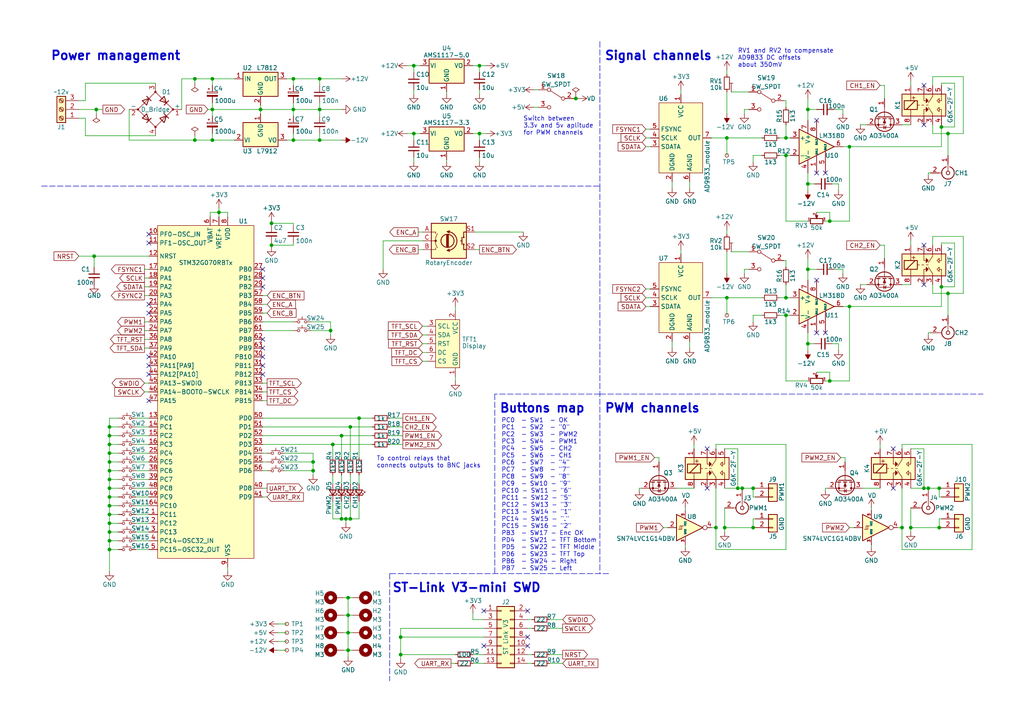
<source format=kicad_sch>
(kicad_sch (version 20211123) (generator eeschema)

  (uuid 6489f3b4-4976-4281-9453-f83dfde65ad7)

  (paper "A4")

  

  (junction (at 95.885 95.885) (diameter 0) (color 0 0 0 0)
    (uuid 03f63d9f-2cf3-4953-892d-efcd3870c05a)
  )
  (junction (at 92.71 40.64) (diameter 0) (color 0 0 0 0)
    (uuid 0891977f-4090-4b54-8585-79fbe079c2c7)
  )
  (junction (at 85.09 22.86) (diameter 0) (color 0 0 0 0)
    (uuid 11553db3-3851-4111-a283-0f1943150429)
  )
  (junction (at 75.565 31.75) (diameter 0) (color 0 0 0 0)
    (uuid 11ada200-7036-4f71-ac54-31131c75daf9)
  )
  (junction (at 31.75 133.985) (diameter 0) (color 0 0 0 0)
    (uuid 12026e06-1f7b-4c8a-b812-a0bf3a87812e)
  )
  (junction (at 210.82 40.005) (diameter 0) (color 0 0 0 0)
    (uuid 1752bf02-941a-479d-b960-58f791d70d98)
  )
  (junction (at 272.415 141.605) (diameter 0) (color 0 0 0 0)
    (uuid 194ee3f1-12bd-4c89-861b-e6791a85ebd8)
  )
  (junction (at 99.06 126.365) (diameter 0) (color 0 0 0 0)
    (uuid 19e04de8-55ca-4dcb-8850-90f3bc9fef04)
  )
  (junction (at 31.75 126.365) (diameter 0) (color 0 0 0 0)
    (uuid 1abac6f3-8baa-43e7-9566-0323b4ae5f15)
  )
  (junction (at 116.205 189.865) (diameter 0) (color 0 0 0 0)
    (uuid 1b91f86b-3db6-4a57-bdeb-b149e53a55a1)
  )
  (junction (at 227.965 45.085) (diameter 0) (color 0 0 0 0)
    (uuid 257ade2e-7f6f-40a5-be3d-5a64cbb399a9)
  )
  (junction (at 218.44 153.035) (diameter 0) (color 0 0 0 0)
    (uuid 2a08eec3-c412-4d7a-93cd-b2008348d712)
  )
  (junction (at 272.415 153.035) (diameter 0) (color 0 0 0 0)
    (uuid 2ac7d997-a056-4b42-9372-149e6fb95458)
  )
  (junction (at 31.75 151.765) (diameter 0) (color 0 0 0 0)
    (uuid 2cd46410-48a0-4e5b-9249-98b3d60814b4)
  )
  (junction (at 267.97 141.605) (diameter 0) (color 0 0 0 0)
    (uuid 2fa6c239-3fa3-4689-9c62-cfbb2d2378ff)
  )
  (junction (at 104.14 121.285) (diameter 0) (color 0 0 0 0)
    (uuid 30fff917-278c-4050-97fc-f24423a7bcfd)
  )
  (junction (at 273.05 36.83) (diameter 0) (color 0 0 0 0)
    (uuid 3140a624-bcb9-4cf2-ac86-924c8afbb6ea)
  )
  (junction (at 92.71 31.75) (diameter 0) (color 0 0 0 0)
    (uuid 33cd14fb-d44c-42e4-ac48-51b697aa591d)
  )
  (junction (at 139.065 38.735) (diameter 0) (color 0 0 0 0)
    (uuid 348720f6-0487-42cb-b902-2fb268eea1d6)
  )
  (junction (at 100.965 188.595) (diameter 0) (color 0 0 0 0)
    (uuid 377e7a79-b219-4138-9932-8fce8a08ce23)
  )
  (junction (at 90.805 133.985) (diameter 0) (color 0 0 0 0)
    (uuid 3e51e5d9-3e82-4c05-a770-c13cdae3cb0c)
  )
  (junction (at 246.38 42.545) (diameter 0) (color 0 0 0 0)
    (uuid 44a9f4b7-b11a-4544-b6b1-95a358abceed)
  )
  (junction (at 31.75 156.845) (diameter 0) (color 0 0 0 0)
    (uuid 512b29a0-b630-49e4-b875-852a4956c67f)
  )
  (junction (at 246.38 88.9) (diameter 0) (color 0 0 0 0)
    (uuid 535d85ab-5855-47e6-b462-42f83e4ad7bf)
  )
  (junction (at 31.75 141.605) (diameter 0) (color 0 0 0 0)
    (uuid 536036c9-f9b1-4e05-9026-dc129177190a)
  )
  (junction (at 100.33 150.495) (diameter 0) (color 0 0 0 0)
    (uuid 54483f6b-52b8-4115-b606-f088e7e34774)
  )
  (junction (at 210.82 86.36) (diameter 0) (color 0 0 0 0)
    (uuid 597b5809-4267-41dd-aab6-d1e69b2e54fc)
  )
  (junction (at 31.75 149.225) (diameter 0) (color 0 0 0 0)
    (uuid 60442596-c3b9-49f1-9c01-b603937b9f50)
  )
  (junction (at 99.06 150.495) (diameter 0) (color 0 0 0 0)
    (uuid 60cd16ae-0a12-4877-8995-a8903cc057ce)
  )
  (junction (at 116.205 184.785) (diameter 0) (color 0 0 0 0)
    (uuid 63420c40-b21e-48e3-9872-b22d5cd48645)
  )
  (junction (at 269.24 141.605) (diameter 0) (color 0 0 0 0)
    (uuid 640a7d6b-2885-47b0-ab4e-563efb549baf)
  )
  (junction (at 31.75 128.905) (diameter 0) (color 0 0 0 0)
    (uuid 65045f28-2f78-4fc1-ba2d-3baaf69abf94)
  )
  (junction (at 101.6 123.825) (diameter 0) (color 0 0 0 0)
    (uuid 65092eeb-02c1-4c38-a960-672053c67caa)
  )
  (junction (at 234.315 99.695) (diameter 0) (color 0 0 0 0)
    (uuid 6d45e2f6-2a2a-4bc4-9c50-46a01eba7c29)
  )
  (junction (at 100.965 173.355) (diameter 0) (color 0 0 0 0)
    (uuid 6e986129-12f3-4325-9ffc-bdc106b2c2bd)
  )
  (junction (at 31.75 154.305) (diameter 0) (color 0 0 0 0)
    (uuid 723957f9-d163-42cc-831b-de0bba237d7f)
  )
  (junction (at 227.965 91.44) (diameter 0) (color 0 0 0 0)
    (uuid 73daeb72-d9b6-4632-a23f-7566d00c8f44)
  )
  (junction (at 240.665 110.49) (diameter 0) (color 0 0 0 0)
    (uuid 7d4aaf9c-fd28-488f-a148-e5d2335da423)
  )
  (junction (at 61.595 22.86) (diameter 0) (color 0 0 0 0)
    (uuid 7e2ea72c-124b-484c-9cd1-691226dd5fc2)
  )
  (junction (at 90.805 136.525) (diameter 0) (color 0 0 0 0)
    (uuid 81464e26-982b-4c4a-9b04-c17c42c5e131)
  )
  (junction (at 120.015 19.05) (diameter 0) (color 0 0 0 0)
    (uuid 81614cd2-8c73-4001-a218-1e7aae753562)
  )
  (junction (at 31.75 123.825) (diameter 0) (color 0 0 0 0)
    (uuid 860f4b71-34fc-4e79-8382-05bac37ca825)
  )
  (junction (at 207.645 153.035) (diameter 0) (color 0 0 0 0)
    (uuid 8913ccb1-d247-4210-9c70-c2a6bf61e5a6)
  )
  (junction (at 27.94 31.75) (diameter 0) (color 0 0 0 0)
    (uuid 8c721c5a-b820-4d4e-b2e6-d9390e03ec1e)
  )
  (junction (at 27.305 74.295) (diameter 0) (color 0 0 0 0)
    (uuid 8dedbf69-d6aa-4b42-865e-dacf774d8c96)
  )
  (junction (at 31.75 159.385) (diameter 0) (color 0 0 0 0)
    (uuid 90b33d47-db18-4850-9a6c-071dda86c127)
  )
  (junction (at 101.6 150.495) (diameter 0) (color 0 0 0 0)
    (uuid 923becef-bcf2-462d-8152-6b755af9fcef)
  )
  (junction (at 273.05 83.185) (diameter 0) (color 0 0 0 0)
    (uuid 9496aec1-a230-4b89-9a82-e8be95f73957)
  )
  (junction (at 63.5 61.595) (diameter 0) (color 0 0 0 0)
    (uuid 9786326e-05fd-467d-9f53-5d2f2fb34384)
  )
  (junction (at 78.74 71.12) (diameter 0) (color 0 0 0 0)
    (uuid 98044708-9628-4e81-89d1-ca79733f8516)
  )
  (junction (at 261.62 153.035) (diameter 0) (color 0 0 0 0)
    (uuid 98dc3ec5-29c6-4597-8199-3c023cb7970b)
  )
  (junction (at 218.44 141.605) (diameter 0) (color 0 0 0 0)
    (uuid 9ceb2cb1-de3e-429a-aaf0-24ecdb05a962)
  )
  (junction (at 85.09 31.75) (diameter 0) (color 0 0 0 0)
    (uuid 9e302615-3fd7-400f-b89e-d626caf92d81)
  )
  (junction (at 227.965 40.005) (diameter 0) (color 0 0 0 0)
    (uuid aa0f292a-ca63-47ea-95b0-e329f690bf7e)
  )
  (junction (at 210.185 153.035) (diameter 0) (color 0 0 0 0)
    (uuid ab4f2375-d742-4281-9815-bf2a8a3f9670)
  )
  (junction (at 264.16 153.035) (diameter 0) (color 0 0 0 0)
    (uuid aee1de2b-839e-48d0-954f-1928f7e3608c)
  )
  (junction (at 167.005 28.575) (diameter 0) (color 0 0 0 0)
    (uuid b022a004-2a01-450f-8957-81a26392b187)
  )
  (junction (at 227.965 86.36) (diameter 0) (color 0 0 0 0)
    (uuid b1730655-ca23-4931-ace7-b30aa93d621c)
  )
  (junction (at 61.595 31.75) (diameter 0) (color 0 0 0 0)
    (uuid b4394008-7147-4621-a04f-efec6757cf89)
  )
  (junction (at 31.75 131.445) (diameter 0) (color 0 0 0 0)
    (uuid b70dd562-6df4-473d-a730-852df15d51bd)
  )
  (junction (at 139.065 19.05) (diameter 0) (color 0 0 0 0)
    (uuid b728ede3-7be9-4f8a-a333-27f76a46ed19)
  )
  (junction (at 31.75 139.065) (diameter 0) (color 0 0 0 0)
    (uuid bccce340-81e7-439f-8d20-f38e084f5522)
  )
  (junction (at 96.52 128.905) (diameter 0) (color 0 0 0 0)
    (uuid bf4ce36f-a7fb-42c9-a7e5-fa2c7d7c6b18)
  )
  (junction (at 215.265 141.605) (diameter 0) (color 0 0 0 0)
    (uuid c104a053-f198-4478-bda5-cabe396c0799)
  )
  (junction (at 78.74 64.77) (diameter 0) (color 0 0 0 0)
    (uuid c391310a-395f-4bac-ba25-003f27ba9794)
  )
  (junction (at 61.595 40.64) (diameter 0) (color 0 0 0 0)
    (uuid c6f82ca1-1b50-4721-8d3d-c2de2da66c88)
  )
  (junction (at 31.75 144.145) (diameter 0) (color 0 0 0 0)
    (uuid ce371708-eb67-479a-b728-131c57a5c7f3)
  )
  (junction (at 92.71 22.86) (diameter 0) (color 0 0 0 0)
    (uuid d0eff7d3-a6c9-4a06-a66d-00465a98babe)
  )
  (junction (at 56.515 22.86) (diameter 0) (color 0 0 0 0)
    (uuid d1eea30f-3ea2-4eb9-8987-1e5412b84719)
  )
  (junction (at 31.75 136.525) (diameter 0) (color 0 0 0 0)
    (uuid d26087cf-f6c5-4194-9299-2fb29c5880a8)
  )
  (junction (at 274.955 85.09) (diameter 0) (color 0 0 0 0)
    (uuid dc81139d-3620-493e-b325-010ddfd510d2)
  )
  (junction (at 274.955 38.735) (diameter 0) (color 0 0 0 0)
    (uuid e09aca2e-1b82-48a3-8a50-c1d75827c3aa)
  )
  (junction (at 100.965 178.435) (diameter 0) (color 0 0 0 0)
    (uuid e15af249-3732-4ba1-a5d4-283aa31a3748)
  )
  (junction (at 213.995 141.605) (diameter 0) (color 0 0 0 0)
    (uuid e2db270b-3e01-4722-b1d7-a58ce5fd776f)
  )
  (junction (at 234.315 53.34) (diameter 0) (color 0 0 0 0)
    (uuid e2f86894-26b0-410b-bc92-6a0ac8da37b6)
  )
  (junction (at 56.515 40.64) (diameter 0) (color 0 0 0 0)
    (uuid e59b8521-4ab2-4f3b-ae2c-2315dd92423f)
  )
  (junction (at 100.965 183.515) (diameter 0) (color 0 0 0 0)
    (uuid e8f7ebdb-45a9-4bcd-821f-e6cd59fce119)
  )
  (junction (at 85.09 40.64) (diameter 0) (color 0 0 0 0)
    (uuid ecb14a98-45cb-4845-bc30-93182eb7f6b0)
  )
  (junction (at 234.315 78.105) (diameter 0) (color 0 0 0 0)
    (uuid eec8b12e-744b-4cd1-ae99-860095eae64e)
  )
  (junction (at 31.75 146.685) (diameter 0) (color 0 0 0 0)
    (uuid f4c950a0-0f95-49ba-94d2-220643aaa0a1)
  )
  (junction (at 240.665 64.135) (diameter 0) (color 0 0 0 0)
    (uuid f65ed2f0-c84c-43a6-b05d-2219d17317e7)
  )
  (junction (at 120.015 38.735) (diameter 0) (color 0 0 0 0)
    (uuid fb7541d0-35c2-4d4e-abc6-a7543f2971f9)
  )
  (junction (at 234.315 31.75) (diameter 0) (color 0 0 0 0)
    (uuid fea59c33-b667-497a-8b30-26b0babb022b)
  )

  (no_connect (at 239.395 96.52) (uuid 048de207-1bd8-491b-a97b-fee82d13157f))
  (no_connect (at 76.2 103.505) (uuid 1772f85b-1605-4636-bdd3-6522f6414975))
  (no_connect (at 76.2 106.045) (uuid 1772f85b-1605-4636-bdd3-6522f6414976))
  (no_connect (at 76.2 108.585) (uuid 1772f85b-1605-4636-bdd3-6522f6414977))
  (no_connect (at 76.2 83.185) (uuid 1772f85b-1605-4636-bdd3-6522f6414978))
  (no_connect (at 259.08 141.605) (uuid 2dd43fa1-c759-4be7-bf01-b84dca577b02))
  (no_connect (at 76.2 78.105) (uuid 30b9a11f-2be6-4326-8ea3-9dffb71e1bfb))
  (no_connect (at 76.2 80.645) (uuid 30b9a11f-2be6-4326-8ea3-9dffb71e1bfc))
  (no_connect (at 236.855 96.52) (uuid 630dcda3-1a97-458d-b098-425e04ad10c2))
  (no_connect (at 267.97 71.12) (uuid 6c59b564-e86f-49e8-8539-a50f103958dc))
  (no_connect (at 140.335 187.325) (uuid 6d563455-8e9e-416e-b930-754bf90ce543))
  (no_connect (at 236.855 81.28) (uuid 6e20bbdb-b3a7-41e1-a4a8-b3c7beddce16))
  (no_connect (at 153.035 187.325) (uuid 6fb08296-619f-48c5-add4-f938069ea691))
  (no_connect (at 153.035 177.165) (uuid 709a42f8-8a0e-4fdd-adf4-2f81b21753f0))
  (no_connect (at 239.395 50.165) (uuid 844a1057-7ebd-4b60-8e93-d9926b73ce4e))
  (no_connect (at 236.855 34.925) (uuid 844a1057-7ebd-4b60-8e93-d9926b73ce4f))
  (no_connect (at 236.855 50.165) (uuid 844a1057-7ebd-4b60-8e93-d9926b73ce50))
  (no_connect (at 259.08 130.175) (uuid 879ab524-ebea-4089-80db-441342b01a0c))
  (no_connect (at 140.335 177.165) (uuid 8957b97a-f011-49d5-8254-a74cfbe1bf3e))
  (no_connect (at 267.97 82.55) (uuid 9a0a4e10-6e0b-4437-a415-5a19458ac37b))
  (no_connect (at 267.97 24.765) (uuid 9a18fac4-b37b-43cc-8bf6-c67fc6895459))
  (no_connect (at 267.97 36.195) (uuid b5173825-5cb8-4d46-b57a-9d14dcf51560))
  (no_connect (at 205.105 141.605) (uuid bf5925fa-45ca-4e07-84a7-c5f8ee7dcfe7))
  (no_connect (at 43.18 103.505) (uuid c275f666-8da9-4e45-b8e6-77491216a1e5))
  (no_connect (at 43.18 106.045) (uuid c275f666-8da9-4e45-b8e6-77491216a1e6))
  (no_connect (at 43.18 116.205) (uuid c275f666-8da9-4e45-b8e6-77491216a1e7))
  (no_connect (at 43.18 108.585) (uuid c275f666-8da9-4e45-b8e6-77491216a1e8))
  (no_connect (at 76.2 100.965) (uuid c275f666-8da9-4e45-b8e6-77491216a1e9))
  (no_connect (at 43.18 70.485) (uuid c275f666-8da9-4e45-b8e6-77491216a1eb))
  (no_connect (at 43.18 67.945) (uuid c275f666-8da9-4e45-b8e6-77491216a1ed))
  (no_connect (at 76.2 98.425) (uuid c275f666-8da9-4e45-b8e6-77491216a1f0))
  (no_connect (at 43.18 88.265) (uuid c275f666-8da9-4e45-b8e6-77491216a1f2))
  (no_connect (at 43.18 90.805) (uuid c275f666-8da9-4e45-b8e6-77491216a1f3))
  (no_connect (at 205.105 130.175) (uuid ddc42733-4cbc-4515-99a6-31d3af299a95))
  (no_connect (at 153.035 184.785) (uuid e7118cba-ff2a-494d-a146-d427e1936861))

  (wire (pts (xy 122.555 99.695) (xy 123.825 99.695))
    (stroke (width 0) (type default) (color 0 0 0 0))
    (uuid 0101e305-6619-402f-a45c-9e21c2b7cedb)
  )
  (wire (pts (xy 269.24 96.52) (xy 269.875 96.52))
    (stroke (width 0) (type default) (color 0 0 0 0))
    (uuid 016b2d52-9a20-404b-94c1-08d1eba6cfcc)
  )
  (wire (pts (xy 194.945 52.705) (xy 194.945 54.61))
    (stroke (width 0) (type default) (color 0 0 0 0))
    (uuid 0254e2aa-8ee1-489c-b6da-2b66b3a4018b)
  )
  (polyline (pts (xy 173.99 53.975) (xy 173.99 166.37))
    (stroke (width 0) (type default) (color 0 0 0 0))
    (uuid 0296caa5-3e1c-4cb5-99e9-5b4444283ed1)
  )

  (wire (pts (xy 76.2 113.665) (xy 77.47 113.665))
    (stroke (width 0) (type default) (color 0 0 0 0))
    (uuid 02ef8f85-c9d4-4eef-8f2a-5ee287e221c6)
  )
  (wire (pts (xy 76.2 85.725) (xy 77.47 85.725))
    (stroke (width 0) (type default) (color 0 0 0 0))
    (uuid 030a59af-46db-4647-92a4-39c0a60d47ff)
  )
  (wire (pts (xy 240.665 61.595) (xy 240.665 64.135))
    (stroke (width 0) (type default) (color 0 0 0 0))
    (uuid 0340d6fb-b225-41f9-a54f-e5de8cebdf61)
  )
  (wire (pts (xy 96.52 128.905) (xy 96.52 132.715))
    (stroke (width 0) (type default) (color 0 0 0 0))
    (uuid 03d9608a-1fef-49ae-a716-112bcc5220bc)
  )
  (wire (pts (xy 215.9 31.75) (xy 215.9 33.02))
    (stroke (width 0) (type default) (color 0 0 0 0))
    (uuid 050590b5-9b8e-4094-86ef-575614b5fd83)
  )
  (wire (pts (xy 92.71 38.735) (xy 92.71 40.64))
    (stroke (width 0) (type default) (color 0 0 0 0))
    (uuid 0588123f-c2ed-4e67-96e0-b28ed9c813b7)
  )
  (wire (pts (xy 270.51 22.225) (xy 279.4 22.225))
    (stroke (width 0) (type default) (color 0 0 0 0))
    (uuid 05996990-ed2c-4a16-bd89-99e27ed764ae)
  )
  (wire (pts (xy 273.05 42.545) (xy 273.05 36.83))
    (stroke (width 0) (type default) (color 0 0 0 0))
    (uuid 05faf7bc-dc2f-452b-8dff-ec91b605577b)
  )
  (wire (pts (xy 272.415 150.495) (xy 273.05 150.495))
    (stroke (width 0) (type default) (color 0 0 0 0))
    (uuid 08189783-c831-47e6-a690-998d1d09edda)
  )
  (wire (pts (xy 234.315 64.135) (xy 227.965 64.135))
    (stroke (width 0) (type default) (color 0 0 0 0))
    (uuid 083add05-f3aa-4f61-9e93-725f24a9c387)
  )
  (wire (pts (xy 41.91 85.725) (xy 43.18 85.725))
    (stroke (width 0) (type default) (color 0 0 0 0))
    (uuid 089f7d4d-c53c-414e-b874-fcca74045974)
  )
  (wire (pts (xy 85.09 40.64) (xy 92.71 40.64))
    (stroke (width 0) (type default) (color 0 0 0 0))
    (uuid 08e100b2-29e8-41cc-be18-c74225dba2e3)
  )
  (wire (pts (xy 41.91 111.125) (xy 43.18 111.125))
    (stroke (width 0) (type default) (color 0 0 0 0))
    (uuid 0a6a4fde-2b48-4d4e-9088-1102a2fda281)
  )
  (wire (pts (xy 234.315 55.245) (xy 234.315 53.34))
    (stroke (width 0) (type default) (color 0 0 0 0))
    (uuid 0b28f8de-fef3-46a4-99d3-147fdd606999)
  )
  (wire (pts (xy 39.37 126.365) (xy 43.18 126.365))
    (stroke (width 0) (type default) (color 0 0 0 0))
    (uuid 0b669ed6-2f21-42f2-a8ae-5bd4835947df)
  )
  (wire (pts (xy 245.11 132.715) (xy 245.11 133.985))
    (stroke (width 0) (type default) (color 0 0 0 0))
    (uuid 0bdf9c46-a2f7-42cd-83ff-41b53fa4c5c1)
  )
  (wire (pts (xy 241.3 99.695) (xy 243.205 99.695))
    (stroke (width 0) (type default) (color 0 0 0 0))
    (uuid 0c1cc927-8616-4bb2-ad9b-6a9b71061e94)
  )
  (wire (pts (xy 234.315 78.105) (xy 236.855 78.105))
    (stroke (width 0) (type default) (color 0 0 0 0))
    (uuid 0d01b4e9-b3ac-46db-a189-48c6e00b4194)
  )
  (wire (pts (xy 273.05 153.035) (xy 272.415 153.035))
    (stroke (width 0) (type default) (color 0 0 0 0))
    (uuid 0d27a5c3-650d-48f1-811e-cbb70e2b3d2d)
  )
  (wire (pts (xy 210.82 66.675) (xy 210.82 67.945))
    (stroke (width 0) (type default) (color 0 0 0 0))
    (uuid 0dd9e58b-0d89-45cd-b24d-2baafc986d6b)
  )
  (wire (pts (xy 92.71 31.75) (xy 92.71 33.655))
    (stroke (width 0) (type default) (color 0 0 0 0))
    (uuid 0eb5b938-aa37-4bfe-9f0d-82334f032423)
  )
  (wire (pts (xy 218.44 153.035) (xy 210.185 153.035))
    (stroke (width 0) (type default) (color 0 0 0 0))
    (uuid 0fecd9bc-42e2-48d4-8992-38aa807d58be)
  )
  (wire (pts (xy 78.74 71.12) (xy 78.74 71.755))
    (stroke (width 0) (type default) (color 0 0 0 0))
    (uuid 107264d1-8f1d-449e-8fd0-ffca662e9336)
  )
  (wire (pts (xy 189.865 132.715) (xy 191.135 132.715))
    (stroke (width 0) (type default) (color 0 0 0 0))
    (uuid 10a5d1c0-f0a6-41f4-8cd2-7bb1b22ebba8)
  )
  (wire (pts (xy 113.03 123.825) (xy 116.84 123.825))
    (stroke (width 0) (type default) (color 0 0 0 0))
    (uuid 1179af5e-1052-4542-b649-ee6605b205d8)
  )
  (wire (pts (xy 31.75 121.285) (xy 31.75 123.825))
    (stroke (width 0) (type default) (color 0 0 0 0))
    (uuid 12199cbe-0249-4456-87a2-a2717382484c)
  )
  (wire (pts (xy 61.595 22.86) (xy 61.595 24.765))
    (stroke (width 0) (type default) (color 0 0 0 0))
    (uuid 132b9b77-15ef-42d2-bb6c-9e8d3a598090)
  )
  (wire (pts (xy 41.91 98.425) (xy 43.18 98.425))
    (stroke (width 0) (type default) (color 0 0 0 0))
    (uuid 13e70f33-f9e2-4273-b0dc-40f973f24b21)
  )
  (wire (pts (xy 39.37 144.145) (xy 43.18 144.145))
    (stroke (width 0) (type default) (color 0 0 0 0))
    (uuid 14c9dbdf-c158-42a7-815d-3c93d1f57f9c)
  )
  (wire (pts (xy 31.75 159.385) (xy 34.29 159.385))
    (stroke (width 0) (type default) (color 0 0 0 0))
    (uuid 157ecf05-5ae3-4e10-8f3b-c9fdfc2b860c)
  )
  (wire (pts (xy 61.595 31.75) (xy 61.595 33.655))
    (stroke (width 0) (type default) (color 0 0 0 0))
    (uuid 1584c43b-9e2d-4402-9a25-fc305c68cde1)
  )
  (wire (pts (xy 39.37 141.605) (xy 43.18 141.605))
    (stroke (width 0) (type default) (color 0 0 0 0))
    (uuid 15da9617-83da-452c-ac48-28351d49d73f)
  )
  (wire (pts (xy 210.82 73.025) (xy 210.82 79.375))
    (stroke (width 0) (type default) (color 0 0 0 0))
    (uuid 16787374-9fd3-4dbe-ab62-d24f360a7fa1)
  )
  (wire (pts (xy 37.465 31.75) (xy 37.465 40.64))
    (stroke (width 0) (type default) (color 0 0 0 0))
    (uuid 167ed584-d692-4c43-849a-94ab10ef894a)
  )
  (wire (pts (xy 273.05 71.12) (xy 273.05 70.485))
    (stroke (width 0) (type default) (color 0 0 0 0))
    (uuid 16a1e23f-3501-4bac-9d2a-7f6d4bc7953e)
  )
  (wire (pts (xy 137.795 67.31) (xy 151.765 67.31))
    (stroke (width 0) (type default) (color 0 0 0 0))
    (uuid 16f7c206-6014-44a2-b96f-8a34faf3ec65)
  )
  (wire (pts (xy 78.74 64.77) (xy 85.09 64.77))
    (stroke (width 0) (type default) (color 0 0 0 0))
    (uuid 1770136a-fd74-4a0c-9bc6-ae9e122c3a4e)
  )
  (wire (pts (xy 99.695 183.515) (xy 100.965 183.515))
    (stroke (width 0) (type default) (color 0 0 0 0))
    (uuid 17705118-a284-45db-8d6d-a5483e25e38f)
  )
  (wire (pts (xy 187.325 40.005) (xy 188.595 40.005))
    (stroke (width 0) (type default) (color 0 0 0 0))
    (uuid 1777c054-6695-4c88-bdc4-5846e2980b4c)
  )
  (wire (pts (xy 187.325 83.82) (xy 188.595 83.82))
    (stroke (width 0) (type default) (color 0 0 0 0))
    (uuid 18478a05-22c9-48da-8e9f-f9b4efc2d90e)
  )
  (wire (pts (xy 272.415 144.145) (xy 273.05 144.145))
    (stroke (width 0) (type default) (color 0 0 0 0))
    (uuid 187aace3-f518-47e6-8e02-c2e5ad9c04e0)
  )
  (wire (pts (xy 187.325 42.545) (xy 188.595 42.545))
    (stroke (width 0) (type default) (color 0 0 0 0))
    (uuid 194d6a1f-0c38-4281-bc64-3c1db6b511a7)
  )
  (wire (pts (xy 261.62 36.195) (xy 264.16 36.195))
    (stroke (width 0) (type default) (color 0 0 0 0))
    (uuid 19d19a7f-5856-425b-9b48-4e1e939d4bd4)
  )
  (wire (pts (xy 101.6 150.495) (xy 104.14 150.495))
    (stroke (width 0) (type default) (color 0 0 0 0))
    (uuid 1a2684cc-020d-448e-b8dc-e0bcb60eb295)
  )
  (wire (pts (xy 167.005 27.94) (xy 167.005 28.575))
    (stroke (width 0) (type default) (color 0 0 0 0))
    (uuid 1a4f251c-57b6-439b-a845-6881a4983a3a)
  )
  (wire (pts (xy 207.645 128.905) (xy 227.965 128.905))
    (stroke (width 0) (type default) (color 0 0 0 0))
    (uuid 1b7ef750-f82e-4b78-8878-81ca9d96361e)
  )
  (wire (pts (xy 76.2 131.445) (xy 77.47 131.445))
    (stroke (width 0) (type default) (color 0 0 0 0))
    (uuid 1b82bd43-6ae4-4cb4-ae0a-d18fb3464e16)
  )
  (wire (pts (xy 154.94 26.035) (xy 156.21 26.035))
    (stroke (width 0) (type default) (color 0 0 0 0))
    (uuid 1de9e99f-2956-45f2-bc46-66a72212a4fe)
  )
  (wire (pts (xy 213.995 130.175) (xy 213.995 141.605))
    (stroke (width 0) (type default) (color 0 0 0 0))
    (uuid 1f78a123-86ce-49e2-9b1b-d0f3e9448089)
  )
  (wire (pts (xy 250.19 141.605) (xy 255.27 141.605))
    (stroke (width 0) (type default) (color 0 0 0 0))
    (uuid 1faf45da-e9ab-4f87-8383-b57b5e8e7cdc)
  )
  (wire (pts (xy 121.285 67.31) (xy 122.555 67.31))
    (stroke (width 0) (type default) (color 0 0 0 0))
    (uuid 2006dc03-4ee8-44de-bf84-37bb4ea1717c)
  )
  (wire (pts (xy 120.015 26.035) (xy 120.015 27.305))
    (stroke (width 0) (type default) (color 0 0 0 0))
    (uuid 20ff3feb-090b-443f-93cb-cb6f43d54e83)
  )
  (wire (pts (xy 99.06 126.365) (xy 99.06 132.715))
    (stroke (width 0) (type default) (color 0 0 0 0))
    (uuid 22cdaf21-6091-470a-86a3-5a8a018be958)
  )
  (wire (pts (xy 210.82 26.67) (xy 210.82 33.02))
    (stroke (width 0) (type default) (color 0 0 0 0))
    (uuid 2373ae0a-b40a-4ce1-bef3-67cc301db125)
  )
  (wire (pts (xy 260.35 153.035) (xy 261.62 153.035))
    (stroke (width 0) (type default) (color 0 0 0 0))
    (uuid 245276be-2ef2-49ed-808b-009dc7e70c71)
  )
  (wire (pts (xy 227.965 86.36) (xy 229.235 86.36))
    (stroke (width 0) (type default) (color 0 0 0 0))
    (uuid 25eba8d7-1020-4c38-b2a2-9fbc472c2ee6)
  )
  (wire (pts (xy 197.485 26.035) (xy 197.485 27.305))
    (stroke (width 0) (type default) (color 0 0 0 0))
    (uuid 2606f3f5-7172-47e8-ad96-bbf1339e6765)
  )
  (wire (pts (xy 41.91 95.885) (xy 43.18 95.885))
    (stroke (width 0) (type default) (color 0 0 0 0))
    (uuid 26421880-c112-4698-8a98-6f4e9a36a636)
  )
  (wire (pts (xy 95.885 93.345) (xy 95.885 95.885))
    (stroke (width 0) (type default) (color 0 0 0 0))
    (uuid 268716fc-1932-4a78-9379-5cda4cce5ccd)
  )
  (wire (pts (xy 31.75 126.365) (xy 31.75 128.905))
    (stroke (width 0) (type default) (color 0 0 0 0))
    (uuid 26c00278-483e-4878-bf8e-64354d38600d)
  )
  (wire (pts (xy 60.96 62.865) (xy 60.96 61.595))
    (stroke (width 0) (type default) (color 0 0 0 0))
    (uuid 26c2626b-e172-4b06-a053-1f408580a783)
  )
  (wire (pts (xy 132.08 109.22) (xy 132.08 110.49))
    (stroke (width 0) (type default) (color 0 0 0 0))
    (uuid 26dbd9d2-58c9-41d8-b7a0-5407e7e68b07)
  )
  (wire (pts (xy 85.09 70.485) (xy 85.09 71.12))
    (stroke (width 0) (type default) (color 0 0 0 0))
    (uuid 27427c82-ba74-4dc8-8487-f2ed40783fa4)
  )
  (wire (pts (xy 273.05 70.485) (xy 276.86 70.485))
    (stroke (width 0) (type default) (color 0 0 0 0))
    (uuid 274bd67d-d700-48ff-b9a8-5e3116e489e2)
  )
  (wire (pts (xy 227.965 77.47) (xy 227.965 75.565))
    (stroke (width 0) (type default) (color 0 0 0 0))
    (uuid 28cf8bc0-7c6c-4350-bd1a-f673f51598c9)
  )
  (wire (pts (xy 27.305 74.295) (xy 43.18 74.295))
    (stroke (width 0) (type default) (color 0 0 0 0))
    (uuid 29724cd3-917b-43e0-b7ae-d5f92e88a0e0)
  )
  (wire (pts (xy 154.94 31.115) (xy 156.21 31.115))
    (stroke (width 0) (type default) (color 0 0 0 0))
    (uuid 29803967-0a7d-4431-a5b8-0fba2a7292d6)
  )
  (wire (pts (xy 239.395 142.24) (xy 239.395 141.605))
    (stroke (width 0) (type default) (color 0 0 0 0))
    (uuid 2a5ea9f0-e5f9-4a78-bb30-ef2ff1feba1d)
  )
  (wire (pts (xy 92.71 40.64) (xy 99.06 40.64))
    (stroke (width 0) (type default) (color 0 0 0 0))
    (uuid 2ac796ec-2f41-4788-a21e-80a05f8ef4f1)
  )
  (wire (pts (xy 52.705 31.75) (xy 52.705 22.86))
    (stroke (width 0) (type default) (color 0 0 0 0))
    (uuid 2b55e045-74b0-4dbe-83d4-1ee32403a7d4)
  )
  (wire (pts (xy 264.16 130.175) (xy 267.97 130.175))
    (stroke (width 0) (type default) (color 0 0 0 0))
    (uuid 2b642d06-4e29-429a-9f94-b8f0ca837e9a)
  )
  (wire (pts (xy 31.75 136.525) (xy 34.29 136.525))
    (stroke (width 0) (type default) (color 0 0 0 0))
    (uuid 2bc03693-97c4-47fe-a6c9-c01caaa85a30)
  )
  (wire (pts (xy 80.645 186.055) (xy 83.185 186.055))
    (stroke (width 0) (type default) (color 0 0 0 0))
    (uuid 2c437d4a-f1cf-429d-85ad-884240a5da08)
  )
  (wire (pts (xy 99.06 126.365) (xy 107.95 126.365))
    (stroke (width 0) (type default) (color 0 0 0 0))
    (uuid 2d37c74b-9ced-4974-897a-10bf6c8e666f)
  )
  (wire (pts (xy 244.475 78.105) (xy 244.475 79.375))
    (stroke (width 0) (type default) (color 0 0 0 0))
    (uuid 2d5db3d6-f3f2-4f28-beee-437f8a469b32)
  )
  (wire (pts (xy 76.2 95.885) (xy 85.09 95.885))
    (stroke (width 0) (type default) (color 0 0 0 0))
    (uuid 2d609509-0b21-4749-89e5-d0f4f5c1195c)
  )
  (wire (pts (xy 39.37 154.305) (xy 43.18 154.305))
    (stroke (width 0) (type default) (color 0 0 0 0))
    (uuid 2d691e8e-0346-4e47-ad12-f5cd311a3aa2)
  )
  (wire (pts (xy 264.16 153.035) (xy 264.16 154.305))
    (stroke (width 0) (type default) (color 0 0 0 0))
    (uuid 2e346622-ff2d-4ac1-a877-99c02048afa9)
  )
  (wire (pts (xy 239.395 110.49) (xy 240.665 110.49))
    (stroke (width 0) (type default) (color 0 0 0 0))
    (uuid 2fc2239c-ca8f-48b4-abeb-a063932c6f65)
  )
  (wire (pts (xy 198.755 158.115) (xy 198.755 158.75))
    (stroke (width 0) (type default) (color 0 0 0 0))
    (uuid 306f01e4-3732-483f-954d-9cea1485f5d2)
  )
  (wire (pts (xy 82.55 136.525) (xy 90.805 136.525))
    (stroke (width 0) (type default) (color 0 0 0 0))
    (uuid 30c57eb9-38d9-49c1-8d52-09fdc295b905)
  )
  (wire (pts (xy 121.285 72.39) (xy 122.555 72.39))
    (stroke (width 0) (type default) (color 0 0 0 0))
    (uuid 30fddf35-27f6-4359-b7e1-c42179302432)
  )
  (wire (pts (xy 27.94 33.02) (xy 27.94 31.75))
    (stroke (width 0) (type default) (color 0 0 0 0))
    (uuid 3291f132-935d-4065-a845-006d3f75266d)
  )
  (wire (pts (xy 267.97 141.605) (xy 269.24 141.605))
    (stroke (width 0) (type default) (color 0 0 0 0))
    (uuid 32b3634c-9c56-412b-8733-1ed5831cfc88)
  )
  (wire (pts (xy 261.62 141.605) (xy 261.62 153.035))
    (stroke (width 0) (type default) (color 0 0 0 0))
    (uuid 35676749-00da-4ef8-9e49-900d159372ee)
  )
  (wire (pts (xy 102.235 173.355) (xy 100.965 173.355))
    (stroke (width 0) (type default) (color 0 0 0 0))
    (uuid 35c80bf3-58d8-4340-ac15-b32dab80aadb)
  )
  (wire (pts (xy 31.75 128.905) (xy 34.29 128.905))
    (stroke (width 0) (type default) (color 0 0 0 0))
    (uuid 363385da-1415-41c2-9927-9b814a2d0d46)
  )
  (wire (pts (xy 92.71 22.86) (xy 99.06 22.86))
    (stroke (width 0) (type default) (color 0 0 0 0))
    (uuid 36490c5d-e40f-4577-8eb3-1f83a9f569cf)
  )
  (wire (pts (xy 210.82 86.36) (xy 220.98 86.36))
    (stroke (width 0) (type default) (color 0 0 0 0))
    (uuid 36da00b6-ce27-4d20-936d-e3dd44ccae14)
  )
  (wire (pts (xy 274.955 85.09) (xy 274.955 91.44))
    (stroke (width 0) (type default) (color 0 0 0 0))
    (uuid 38857538-9e0f-42ea-b8a3-068d81663dd3)
  )
  (wire (pts (xy 31.75 133.985) (xy 34.29 133.985))
    (stroke (width 0) (type default) (color 0 0 0 0))
    (uuid 390857d8-43c3-48bf-b4ed-5f3858f016ca)
  )
  (wire (pts (xy 201.295 130.175) (xy 201.295 128.905))
    (stroke (width 0) (type default) (color 0 0 0 0))
    (uuid 3923903a-7b34-44d0-8429-92859bf23ee1)
  )
  (wire (pts (xy 246.38 153.035) (xy 247.65 153.035))
    (stroke (width 0) (type default) (color 0 0 0 0))
    (uuid 39e3c7da-5a10-45ac-9a17-61f091fb83be)
  )
  (wire (pts (xy 137.16 189.865) (xy 140.335 189.865))
    (stroke (width 0) (type default) (color 0 0 0 0))
    (uuid 3a025aa5-89fb-486c-84a2-39f8c1201e30)
  )
  (wire (pts (xy 76.2 116.205) (xy 77.47 116.205))
    (stroke (width 0) (type default) (color 0 0 0 0))
    (uuid 3a2b0246-b14d-4a64-bb0c-2608f3c7f6e9)
  )
  (wire (pts (xy 76.2 136.525) (xy 77.47 136.525))
    (stroke (width 0) (type default) (color 0 0 0 0))
    (uuid 3a8725ac-eca4-4746-bbd2-421e6899e76f)
  )
  (wire (pts (xy 251.46 36.195) (xy 249.555 36.195))
    (stroke (width 0) (type default) (color 0 0 0 0))
    (uuid 3bafadfb-d7c4-43e1-9097-b6070bc1b000)
  )
  (wire (pts (xy 252.73 158.115) (xy 252.73 158.75))
    (stroke (width 0) (type default) (color 0 0 0 0))
    (uuid 3e22fd01-05e2-4bba-b1d0-b617344ddc89)
  )
  (wire (pts (xy 37.465 40.64) (xy 56.515 40.64))
    (stroke (width 0) (type default) (color 0 0 0 0))
    (uuid 3e6dd1e6-b63e-442c-99fb-309b5229f21d)
  )
  (wire (pts (xy 281.94 159.385) (xy 261.62 159.385))
    (stroke (width 0) (type default) (color 0 0 0 0))
    (uuid 3ed2a2f5-4190-4843-a6c5-2b8e1f7573ac)
  )
  (wire (pts (xy 276.86 36.83) (xy 273.05 36.83))
    (stroke (width 0) (type default) (color 0 0 0 0))
    (uuid 3ef52956-b68e-4304-ab5c-1cffefde0fe0)
  )
  (wire (pts (xy 56.515 22.86) (xy 56.515 24.13))
    (stroke (width 0) (type default) (color 0 0 0 0))
    (uuid 3f1d7023-b3eb-43ce-bfb1-2d17e12f8b03)
  )
  (wire (pts (xy 227.965 110.49) (xy 227.965 91.44))
    (stroke (width 0) (type default) (color 0 0 0 0))
    (uuid 405eadbf-7ca4-4e7d-a2cc-ff471dc9d21c)
  )
  (wire (pts (xy 96.52 150.495) (xy 99.06 150.495))
    (stroke (width 0) (type default) (color 0 0 0 0))
    (uuid 40badd24-d983-4635-bf21-9db986e3f714)
  )
  (wire (pts (xy 113.03 126.365) (xy 116.84 126.365))
    (stroke (width 0) (type default) (color 0 0 0 0))
    (uuid 4168e287-f91c-41c7-8a12-2933921bb5dc)
  )
  (wire (pts (xy 218.44 153.035) (xy 218.44 150.495))
    (stroke (width 0) (type default) (color 0 0 0 0))
    (uuid 41bcda21-693e-43fa-b89f-56704c1de283)
  )
  (wire (pts (xy 273.05 141.605) (xy 272.415 141.605))
    (stroke (width 0) (type default) (color 0 0 0 0))
    (uuid 42308209-96cf-47cb-b8f6-d56f37025d1a)
  )
  (wire (pts (xy 41.91 113.665) (xy 43.18 113.665))
    (stroke (width 0) (type default) (color 0 0 0 0))
    (uuid 425b926a-73d3-4153-8c06-a8d0d329d554)
  )
  (wire (pts (xy 80.645 188.595) (xy 83.185 188.595))
    (stroke (width 0) (type default) (color 0 0 0 0))
    (uuid 4272d738-968f-4028-88bb-1135ada8c592)
  )
  (wire (pts (xy 39.37 156.845) (xy 43.18 156.845))
    (stroke (width 0) (type default) (color 0 0 0 0))
    (uuid 42b0a9ca-f6e1-4a15-864e-84304c5343a6)
  )
  (wire (pts (xy 159.385 179.705) (xy 163.195 179.705))
    (stroke (width 0) (type default) (color 0 0 0 0))
    (uuid 42d1d88f-353d-44d9-a6c9-30901579fd76)
  )
  (wire (pts (xy 101.6 123.825) (xy 101.6 132.715))
    (stroke (width 0) (type default) (color 0 0 0 0))
    (uuid 43014520-f036-4dcc-8186-e2af280fb0ea)
  )
  (wire (pts (xy 227.965 31.115) (xy 227.965 29.21))
    (stroke (width 0) (type default) (color 0 0 0 0))
    (uuid 4377267e-6cb4-468d-86fe-d6c429f012b2)
  )
  (wire (pts (xy 39.37 136.525) (xy 43.18 136.525))
    (stroke (width 0) (type default) (color 0 0 0 0))
    (uuid 43a25f9b-ac39-4bc3-aff4-1632e727a7bb)
  )
  (wire (pts (xy 269.24 50.8) (xy 269.24 50.165))
    (stroke (width 0) (type default) (color 0 0 0 0))
    (uuid 43cba12f-0ded-4db9-8f6a-1ae8e31972bd)
  )
  (wire (pts (xy 31.75 131.445) (xy 31.75 133.985))
    (stroke (width 0) (type default) (color 0 0 0 0))
    (uuid 444bd7fa-3b3b-4585-8eac-ba623e38235f)
  )
  (wire (pts (xy 207.645 141.605) (xy 207.645 153.035))
    (stroke (width 0) (type default) (color 0 0 0 0))
    (uuid 44789199-df9b-4157-b08e-e06c3af97bd8)
  )
  (wire (pts (xy 220.98 91.44) (xy 218.44 91.44))
    (stroke (width 0) (type default) (color 0 0 0 0))
    (uuid 44a073e7-367d-46b7-b548-840b7f86a9b5)
  )
  (wire (pts (xy 99.695 178.435) (xy 100.965 178.435))
    (stroke (width 0) (type default) (color 0 0 0 0))
    (uuid 4521b434-e073-441d-9d1c-8827cd1150c1)
  )
  (wire (pts (xy 96.52 145.415) (xy 96.52 150.495))
    (stroke (width 0) (type default) (color 0 0 0 0))
    (uuid 46e49551-6c56-45f9-b013-d8551240e90f)
  )
  (wire (pts (xy 187.325 37.465) (xy 188.595 37.465))
    (stroke (width 0) (type default) (color 0 0 0 0))
    (uuid 4742023e-639d-40b7-a419-1e517aca4973)
  )
  (wire (pts (xy 207.645 130.175) (xy 207.645 128.905))
    (stroke (width 0) (type default) (color 0 0 0 0))
    (uuid 4845f135-debb-4f9d-a113-5cae45308935)
  )
  (wire (pts (xy 80.645 180.975) (xy 83.185 180.975))
    (stroke (width 0) (type default) (color 0 0 0 0))
    (uuid 487a2d41-9c59-44f1-959e-c4541a022dc2)
  )
  (wire (pts (xy 210.82 40.005) (xy 210.82 45.085))
    (stroke (width 0) (type default) (color 0 0 0 0))
    (uuid 48aeaa88-07a9-4561-82fe-9839b7e0cdbb)
  )
  (wire (pts (xy 83.185 22.86) (xy 85.09 22.86))
    (stroke (width 0) (type default) (color 0 0 0 0))
    (uuid 4a01e559-5c5f-4bde-8819-b1ad185e2f6f)
  )
  (wire (pts (xy 241.935 31.75) (xy 244.475 31.75))
    (stroke (width 0) (type default) (color 0 0 0 0))
    (uuid 4a5d01a3-249d-4cf3-8ed8-66997dcdfde4)
  )
  (wire (pts (xy 116.205 184.785) (xy 116.205 189.865))
    (stroke (width 0) (type default) (color 0 0 0 0))
    (uuid 4a8d1051-ad78-474a-8d94-c9b8cbd0a267)
  )
  (wire (pts (xy 76.2 111.125) (xy 77.47 111.125))
    (stroke (width 0) (type default) (color 0 0 0 0))
    (uuid 4aa814b7-88cc-4b17-a339-bc0736639aac)
  )
  (wire (pts (xy 273.05 36.195) (xy 273.05 36.83))
    (stroke (width 0) (type default) (color 0 0 0 0))
    (uuid 4aa870cc-4e6b-4743-8448-01a6b13167d5)
  )
  (wire (pts (xy 99.06 150.495) (xy 100.33 150.495))
    (stroke (width 0) (type default) (color 0 0 0 0))
    (uuid 4bfa0ee0-5d71-4051-b935-596d3d7d6367)
  )
  (wire (pts (xy 227.965 91.44) (xy 229.235 91.44))
    (stroke (width 0) (type default) (color 0 0 0 0))
    (uuid 4d89d4f3-f4e3-485b-ad00-e80728037603)
  )
  (wire (pts (xy 218.44 45.085) (xy 218.44 46.99))
    (stroke (width 0) (type default) (color 0 0 0 0))
    (uuid 4de050b9-4c47-4b4b-acc8-1b3bce0ba863)
  )
  (wire (pts (xy 159.385 182.245) (xy 163.195 182.245))
    (stroke (width 0) (type default) (color 0 0 0 0))
    (uuid 4e2d238f-cc9e-42e3-a6f9-fc9714467fc4)
  )
  (wire (pts (xy 31.75 141.605) (xy 31.75 144.145))
    (stroke (width 0) (type default) (color 0 0 0 0))
    (uuid 4e6b3ec4-93a3-4e1f-9545-27bd193c6d93)
  )
  (wire (pts (xy 210.82 86.36) (xy 210.82 91.44))
    (stroke (width 0) (type default) (color 0 0 0 0))
    (uuid 4e6db9d5-ccf8-49d0-a337-a0452807a319)
  )
  (wire (pts (xy 273.05 88.9) (xy 273.05 83.185))
    (stroke (width 0) (type default) (color 0 0 0 0))
    (uuid 4e8f328a-c784-4247-a08f-fb81d06d9243)
  )
  (wire (pts (xy 24.765 39.37) (xy 24.765 34.29))
    (stroke (width 0) (type default) (color 0 0 0 0))
    (uuid 4eb5d9d4-948d-4698-a3a2-8d579eb96d7b)
  )
  (wire (pts (xy 234.315 81.28) (xy 234.315 78.105))
    (stroke (width 0) (type default) (color 0 0 0 0))
    (uuid 4f0a7d71-1b57-4a57-bf02-29fb6cbd4d98)
  )
  (polyline (pts (xy 173.99 12.065) (xy 173.99 53.975))
    (stroke (width 0) (type default) (color 0 0 0 0))
    (uuid 50bf43af-5834-4871-a890-873a065f5b6e)
  )

  (wire (pts (xy 99.06 137.795) (xy 99.06 140.335))
    (stroke (width 0) (type default) (color 0 0 0 0))
    (uuid 516e4b58-dd83-46e3-ac69-a856f0e3385a)
  )
  (wire (pts (xy 198.755 147.32) (xy 198.755 147.955))
    (stroke (width 0) (type default) (color 0 0 0 0))
    (uuid 51acede3-d0a4-4eb4-b6eb-5e086d9e101b)
  )
  (wire (pts (xy 185.42 142.24) (xy 185.42 141.605))
    (stroke (width 0) (type default) (color 0 0 0 0))
    (uuid 51e76bce-1e29-42b7-9342-7d74e7d78065)
  )
  (wire (pts (xy 252.73 147.32) (xy 252.73 147.955))
    (stroke (width 0) (type default) (color 0 0 0 0))
    (uuid 520e1dcd-8478-4a02-b94b-44c70c28dd1c)
  )
  (wire (pts (xy 31.75 139.065) (xy 34.29 139.065))
    (stroke (width 0) (type default) (color 0 0 0 0))
    (uuid 52ca17e3-c2ea-4d28-8dce-1235c4d06011)
  )
  (wire (pts (xy 207.645 159.385) (xy 207.645 153.035))
    (stroke (width 0) (type default) (color 0 0 0 0))
    (uuid 52d80826-b512-4e83-b18e-069d34e61aa8)
  )
  (wire (pts (xy 78.74 64.77) (xy 78.74 64.135))
    (stroke (width 0) (type default) (color 0 0 0 0))
    (uuid 53069bc9-e85e-4171-bd1d-611e33b6a054)
  )
  (wire (pts (xy 99.06 145.415) (xy 99.06 150.495))
    (stroke (width 0) (type default) (color 0 0 0 0))
    (uuid 53335f24-8a79-4918-a5a1-2c1763d1ab4e)
  )
  (wire (pts (xy 251.46 82.55) (xy 249.555 82.55))
    (stroke (width 0) (type default) (color 0 0 0 0))
    (uuid 542588e7-604d-48cb-a401-371b42ad13cd)
  )
  (wire (pts (xy 153.035 179.705) (xy 154.305 179.705))
    (stroke (width 0) (type default) (color 0 0 0 0))
    (uuid 548a1953-aaf9-4100-82ba-4df9c7b4b05c)
  )
  (wire (pts (xy 243.205 53.34) (xy 243.205 55.245))
    (stroke (width 0) (type default) (color 0 0 0 0))
    (uuid 565f6907-c3f2-4c7d-ac21-d07400366fe7)
  )
  (wire (pts (xy 187.325 86.36) (xy 188.595 86.36))
    (stroke (width 0) (type default) (color 0 0 0 0))
    (uuid 566c481a-a0f1-4c72-8b0d-e5bcd1cfda72)
  )
  (wire (pts (xy 76.2 88.265) (xy 77.47 88.265))
    (stroke (width 0) (type default) (color 0 0 0 0))
    (uuid 570e24f0-f536-4d6d-9f59-92bc76cf1399)
  )
  (wire (pts (xy 210.185 153.035) (xy 210.185 154.305))
    (stroke (width 0) (type default) (color 0 0 0 0))
    (uuid 57d3caf3-c4f6-4022-a0b1-59c6c2e6e15a)
  )
  (wire (pts (xy 76.2 126.365) (xy 99.06 126.365))
    (stroke (width 0) (type default) (color 0 0 0 0))
    (uuid 588307e5-25fd-4ebc-a813-8d2f017af0d8)
  )
  (wire (pts (xy 191.135 132.715) (xy 191.135 133.985))
    (stroke (width 0) (type default) (color 0 0 0 0))
    (uuid 59b2de2d-6df6-4fc7-933a-c81c9af22f41)
  )
  (wire (pts (xy 61.595 31.75) (xy 75.565 31.75))
    (stroke (width 0) (type default) (color 0 0 0 0))
    (uuid 5a11ead4-a5a0-41e0-9568-20972cc727a0)
  )
  (wire (pts (xy 269.24 141.605) (xy 272.415 141.605))
    (stroke (width 0) (type default) (color 0 0 0 0))
    (uuid 5c550e29-9a52-4c21-b9fd-d9bd698d5097)
  )
  (wire (pts (xy 279.4 68.58) (xy 279.4 85.09))
    (stroke (width 0) (type default) (color 0 0 0 0))
    (uuid 5c5a5cc5-709e-4570-a0af-2809419764e0)
  )
  (wire (pts (xy 279.4 22.225) (xy 279.4 38.735))
    (stroke (width 0) (type default) (color 0 0 0 0))
    (uuid 5d4a2813-b657-4c13-956d-006adf997869)
  )
  (wire (pts (xy 61.595 22.86) (xy 67.945 22.86))
    (stroke (width 0) (type default) (color 0 0 0 0))
    (uuid 5ddcf411-b38d-420e-a80e-20e05c85ccd3)
  )
  (wire (pts (xy 66.04 62.865) (xy 66.04 61.595))
    (stroke (width 0) (type default) (color 0 0 0 0))
    (uuid 5de0651f-c940-498a-b781-eaa702531e33)
  )
  (wire (pts (xy 139.065 40.64) (xy 139.065 38.735))
    (stroke (width 0) (type default) (color 0 0 0 0))
    (uuid 5e464565-54d8-4881-8116-b81be61a98d1)
  )
  (wire (pts (xy 116.205 191.135) (xy 116.205 189.865))
    (stroke (width 0) (type default) (color 0 0 0 0))
    (uuid 5e71eb25-0129-45db-a62d-6a1c6f6f13bd)
  )
  (wire (pts (xy 210.185 141.605) (xy 213.995 141.605))
    (stroke (width 0) (type default) (color 0 0 0 0))
    (uuid 5ed9d39b-2554-4de5-97d5-3e0d7ca2d65b)
  )
  (wire (pts (xy 243.84 132.715) (xy 245.11 132.715))
    (stroke (width 0) (type default) (color 0 0 0 0))
    (uuid 5f2b60b9-6224-4d06-bb9c-7dcfbe790733)
  )
  (wire (pts (xy 200.025 99.06) (xy 200.025 100.965))
    (stroke (width 0) (type default) (color 0 0 0 0))
    (uuid 5f651cc1-9b4a-47bc-9898-d283d8f24218)
  )
  (wire (pts (xy 212.09 26.67) (xy 217.17 26.67))
    (stroke (width 0) (type default) (color 0 0 0 0))
    (uuid 5f884262-dfb8-4fd3-a1bf-ff4bdde57e73)
  )
  (wire (pts (xy 244.475 42.545) (xy 246.38 42.545))
    (stroke (width 0) (type default) (color 0 0 0 0))
    (uuid 60faad66-9b42-47a0-ba11-30afd52f97f2)
  )
  (wire (pts (xy 218.44 144.145) (xy 219.075 144.145))
    (stroke (width 0) (type default) (color 0 0 0 0))
    (uuid 61b25bbe-fc9d-489d-8c83-eb6110262709)
  )
  (wire (pts (xy 210.185 130.175) (xy 213.995 130.175))
    (stroke (width 0) (type default) (color 0 0 0 0))
    (uuid 61e10917-3ad8-41b8-9cf2-b0ee798104ca)
  )
  (wire (pts (xy 227.965 29.21) (xy 227.33 29.21))
    (stroke (width 0) (type default) (color 0 0 0 0))
    (uuid 61efd2a8-3421-456b-bf96-18c826722e8c)
  )
  (polyline (pts (xy 173.99 114.3) (xy 143.51 114.3))
    (stroke (width 0) (type default) (color 0 0 0 0))
    (uuid 62fe3e72-eb55-4dd0-b659-fb94ad30b2f3)
  )

  (wire (pts (xy 241.935 78.105) (xy 244.475 78.105))
    (stroke (width 0) (type default) (color 0 0 0 0))
    (uuid 630b108c-f9f0-43d0-a679-09c42c0d59f4)
  )
  (wire (pts (xy 95.885 95.885) (xy 95.885 97.155))
    (stroke (width 0) (type default) (color 0 0 0 0))
    (uuid 636fcb85-505f-43c0-a9b1-7c68c170fb74)
  )
  (wire (pts (xy 100.965 188.595) (xy 102.235 188.595))
    (stroke (width 0) (type default) (color 0 0 0 0))
    (uuid 641f2e97-c779-441c-8d64-4781fa29e7d4)
  )
  (wire (pts (xy 139.065 19.05) (xy 140.97 19.05))
    (stroke (width 0) (type default) (color 0 0 0 0))
    (uuid 64f75c59-a3eb-49f0-b267-79ad33d1a0fc)
  )
  (wire (pts (xy 264.16 141.605) (xy 267.97 141.605))
    (stroke (width 0) (type default) (color 0 0 0 0))
    (uuid 65a79881-c4b9-4b98-ae84-5272841df7fa)
  )
  (wire (pts (xy 276.86 70.485) (xy 276.86 83.185))
    (stroke (width 0) (type default) (color 0 0 0 0))
    (uuid 66344a03-84fb-49b7-8fd5-f4f6b533f754)
  )
  (wire (pts (xy 234.315 53.34) (xy 236.22 53.34))
    (stroke (width 0) (type default) (color 0 0 0 0))
    (uuid 671050db-61ad-49c2-af7e-ad1a245edea2)
  )
  (wire (pts (xy 215.265 141.605) (xy 218.44 141.605))
    (stroke (width 0) (type default) (color 0 0 0 0))
    (uuid 6960fb5f-08c5-454a-adbe-c36b1724c005)
  )
  (wire (pts (xy 45.085 24.13) (xy 24.765 24.13))
    (stroke (width 0) (type default) (color 0 0 0 0))
    (uuid 6966e02a-0043-48b9-8593-d183b9fc14f4)
  )
  (wire (pts (xy 206.375 86.36) (xy 210.82 86.36))
    (stroke (width 0) (type default) (color 0 0 0 0))
    (uuid 6a81b19e-ea00-467b-a101-4e368f8051a3)
  )
  (wire (pts (xy 96.52 137.795) (xy 96.52 140.335))
    (stroke (width 0) (type default) (color 0 0 0 0))
    (uuid 6d2a07bc-7221-4c6d-8dd7-a42ba380cccf)
  )
  (wire (pts (xy 122.555 102.235) (xy 123.825 102.235))
    (stroke (width 0) (type default) (color 0 0 0 0))
    (uuid 6d50a847-84ba-48ab-a153-3281b9fdfe56)
  )
  (wire (pts (xy 272.415 153.035) (xy 272.415 150.495))
    (stroke (width 0) (type default) (color 0 0 0 0))
    (uuid 6d597fa3-ff59-4b89-9301-ad9ebaaec84f)
  )
  (wire (pts (xy 96.52 128.905) (xy 107.95 128.905))
    (stroke (width 0) (type default) (color 0 0 0 0))
    (uuid 6e207117-e6e5-4be6-931d-5350b1bff38f)
  )
  (wire (pts (xy 197.485 72.39) (xy 197.485 73.66))
    (stroke (width 0) (type default) (color 0 0 0 0))
    (uuid 6e25fd0e-0d5e-4411-8bdd-ec8c2fc22e56)
  )
  (wire (pts (xy 213.995 141.605) (xy 215.265 141.605))
    (stroke (width 0) (type default) (color 0 0 0 0))
    (uuid 702a76fe-5d1f-4d74-b4e0-7dacd0fbdd60)
  )
  (wire (pts (xy 76.2 93.345) (xy 85.09 93.345))
    (stroke (width 0) (type default) (color 0 0 0 0))
    (uuid 70717939-4891-473b-88df-141f51fcac3d)
  )
  (wire (pts (xy 227.965 159.385) (xy 207.645 159.385))
    (stroke (width 0) (type default) (color 0 0 0 0))
    (uuid 71119220-9857-4d1b-bca4-62fcda84e64a)
  )
  (wire (pts (xy 279.4 38.735) (xy 274.955 38.735))
    (stroke (width 0) (type default) (color 0 0 0 0))
    (uuid 714defde-3aff-411e-8385-754dcdd5ab3d)
  )
  (wire (pts (xy 100.33 150.495) (xy 101.6 150.495))
    (stroke (width 0) (type default) (color 0 0 0 0))
    (uuid 718f8790-a8d4-4fe4-a9fe-23184ccf6c04)
  )
  (wire (pts (xy 120.015 20.955) (xy 120.015 19.05))
    (stroke (width 0) (type default) (color 0 0 0 0))
    (uuid 7228178f-fcbe-476e-81a1-db082cea39b6)
  )
  (wire (pts (xy 246.38 110.49) (xy 246.38 88.9))
    (stroke (width 0) (type default) (color 0 0 0 0))
    (uuid 729d3ae4-5cde-4e41-afc4-bf54e7bd2b6f)
  )
  (wire (pts (xy 122.555 69.85) (xy 111.125 69.85))
    (stroke (width 0) (type default) (color 0 0 0 0))
    (uuid 72af5b10-e9d4-4797-a366-d44b48af7c73)
  )
  (wire (pts (xy 140.335 182.245) (xy 116.205 182.245))
    (stroke (width 0) (type default) (color 0 0 0 0))
    (uuid 72cfc25e-0dc4-4d20-a87d-97002385395b)
  )
  (wire (pts (xy 187.325 88.9) (xy 188.595 88.9))
    (stroke (width 0) (type default) (color 0 0 0 0))
    (uuid 7303aba5-d70c-45e5-a829-ec3c3d4d0984)
  )
  (wire (pts (xy 240.665 64.135) (xy 246.38 64.135))
    (stroke (width 0) (type default) (color 0 0 0 0))
    (uuid 73d15277-2dfe-49b3-a330-86cbbb20b12c)
  )
  (wire (pts (xy 120.015 40.64) (xy 120.015 38.735))
    (stroke (width 0) (type default) (color 0 0 0 0))
    (uuid 751813f7-e87d-4293-a333-7c4c73857bea)
  )
  (wire (pts (xy 39.37 121.285) (xy 43.18 121.285))
    (stroke (width 0) (type default) (color 0 0 0 0))
    (uuid 76424aa0-8228-40b6-9ea2-6b1d0b767b92)
  )
  (wire (pts (xy 159.385 192.405) (xy 163.195 192.405))
    (stroke (width 0) (type default) (color 0 0 0 0))
    (uuid 776dd947-1581-43a7-a3f7-d241b622e8da)
  )
  (wire (pts (xy 60.325 31.75) (xy 61.595 31.75))
    (stroke (width 0) (type default) (color 0 0 0 0))
    (uuid 783c4305-9378-44e4-b5e6-0c00c722c8df)
  )
  (wire (pts (xy 256.54 24.765) (xy 256.54 28.575))
    (stroke (width 0) (type default) (color 0 0 0 0))
    (uuid 786e938e-a160-48ba-8b8e-2b81826514ce)
  )
  (wire (pts (xy 226.06 40.005) (xy 227.965 40.005))
    (stroke (width 0) (type default) (color 0 0 0 0))
    (uuid 78795377-5608-418a-9cfc-843bdeb6dc73)
  )
  (wire (pts (xy 31.75 156.845) (xy 34.29 156.845))
    (stroke (width 0) (type default) (color 0 0 0 0))
    (uuid 788c889b-aa26-4f7a-bc6a-dc192de23943)
  )
  (wire (pts (xy 39.37 128.905) (xy 43.18 128.905))
    (stroke (width 0) (type default) (color 0 0 0 0))
    (uuid 78ee89c1-46e4-4ae0-9423-e93e45014c25)
  )
  (wire (pts (xy 90.805 133.985) (xy 90.805 136.525))
    (stroke (width 0) (type default) (color 0 0 0 0))
    (uuid 7935e4c2-ef1a-473d-9e5d-cd35198074b2)
  )
  (wire (pts (xy 139.065 38.735) (xy 140.97 38.735))
    (stroke (width 0) (type default) (color 0 0 0 0))
    (uuid 79ce2c1e-0f07-4df5-83f9-335a55d361a2)
  )
  (wire (pts (xy 167.005 28.575) (xy 167.64 28.575))
    (stroke (width 0) (type default) (color 0 0 0 0))
    (uuid 79e55b50-1274-47dd-91c8-1fb457aaa0fd)
  )
  (wire (pts (xy 24.765 24.13) (xy 24.765 29.21))
    (stroke (width 0) (type default) (color 0 0 0 0))
    (uuid 7a025d66-c4f5-4fe0-b998-86c0345b691b)
  )
  (wire (pts (xy 219.075 141.605) (xy 218.44 141.605))
    (stroke (width 0) (type default) (color 0 0 0 0))
    (uuid 7a78e358-8dde-4f54-af8c-4d84a874e8a8)
  )
  (wire (pts (xy 219.075 153.035) (xy 218.44 153.035))
    (stroke (width 0) (type default) (color 0 0 0 0))
    (uuid 7aafcb63-9d8a-4598-b95e-be88c1241ace)
  )
  (wire (pts (xy 83.185 40.64) (xy 85.09 40.64))
    (stroke (width 0) (type default) (color 0 0 0 0))
    (uuid 7bb48c4a-86b2-405d-b481-3351a34234cb)
  )
  (wire (pts (xy 116.205 184.785) (xy 140.335 184.785))
    (stroke (width 0) (type default) (color 0 0 0 0))
    (uuid 7c2b58c6-7bd4-41c0-9b24-a7bf20a9cf7d)
  )
  (wire (pts (xy 185.42 141.605) (xy 186.055 141.605))
    (stroke (width 0) (type default) (color 0 0 0 0))
    (uuid 7d1ecb4f-946f-4889-9f9a-c06a8a2a9b9f)
  )
  (wire (pts (xy 264.16 69.85) (xy 264.16 71.12))
    (stroke (width 0) (type default) (color 0 0 0 0))
    (uuid 7d4689db-5c7e-407f-a3d0-4ffe9c98424c)
  )
  (wire (pts (xy 137.16 177.8) (xy 137.16 179.705))
    (stroke (width 0) (type default) (color 0 0 0 0))
    (uuid 7e9ff29d-cd4a-4d40-9c84-6da8e39bcb4c)
  )
  (wire (pts (xy 244.475 31.75) (xy 244.475 33.02))
    (stroke (width 0) (type default) (color 0 0 0 0))
    (uuid 7f001527-c848-41cd-b509-2411865f75a5)
  )
  (wire (pts (xy 234.315 99.695) (xy 234.315 96.52))
    (stroke (width 0) (type default) (color 0 0 0 0))
    (uuid 7f0f8bb4-df50-41bf-992f-e709f16ead92)
  )
  (wire (pts (xy 27.305 77.47) (xy 27.305 74.295))
    (stroke (width 0) (type default) (color 0 0 0 0))
    (uuid 7fdd1c03-0b30-4d05-b953-00b099fc0108)
  )
  (wire (pts (xy 118.11 19.05) (xy 120.015 19.05))
    (stroke (width 0) (type default) (color 0 0 0 0))
    (uuid 8082bbee-3427-452b-ba4f-db2e330027f9)
  )
  (wire (pts (xy 132.08 88.9) (xy 132.08 90.17))
    (stroke (width 0) (type default) (color 0 0 0 0))
    (uuid 80b53037-d15b-4f59-93e4-9fc29e7326e6)
  )
  (wire (pts (xy 56.515 22.86) (xy 61.595 22.86))
    (stroke (width 0) (type default) (color 0 0 0 0))
    (uuid 81849dc8-a180-4b3e-9302-3e32a306ac3a)
  )
  (wire (pts (xy 227.965 36.195) (xy 227.965 40.005))
    (stroke (width 0) (type default) (color 0 0 0 0))
    (uuid 818ffd83-5164-4d3c-9cb5-f94e9f116d10)
  )
  (wire (pts (xy 153.035 192.405) (xy 154.305 192.405))
    (stroke (width 0) (type default) (color 0 0 0 0))
    (uuid 82508229-473d-4722-b5d4-278f80060b20)
  )
  (wire (pts (xy 194.945 99.06) (xy 194.945 100.965))
    (stroke (width 0) (type default) (color 0 0 0 0))
    (uuid 82deabcc-1621-4040-b288-184f4613a7cb)
  )
  (wire (pts (xy 85.09 64.77) (xy 85.09 65.405))
    (stroke (width 0) (type default) (color 0 0 0 0))
    (uuid 8390e816-6e3b-4a13-a60f-59085354910d)
  )
  (wire (pts (xy 82.55 133.985) (xy 90.805 133.985))
    (stroke (width 0) (type default) (color 0 0 0 0))
    (uuid 848fa432-a6a5-470b-878d-7330440466d5)
  )
  (wire (pts (xy 227.965 128.905) (xy 227.965 159.385))
    (stroke (width 0) (type default) (color 0 0 0 0))
    (uuid 85443005-ef9a-4064-8283-fc03c9769b60)
  )
  (wire (pts (xy 101.6 123.825) (xy 107.95 123.825))
    (stroke (width 0) (type default) (color 0 0 0 0))
    (uuid 8575afb4-9e9c-4450-b027-eb52ab16996d)
  )
  (wire (pts (xy 111.125 69.85) (xy 111.125 78.105))
    (stroke (width 0) (type default) (color 0 0 0 0))
    (uuid 85c86352-e2f4-499b-a3b4-e24036381b33)
  )
  (wire (pts (xy 274.955 38.735) (xy 270.51 38.735))
    (stroke (width 0) (type default) (color 0 0 0 0))
    (uuid 85d0e697-c8e0-4a6e-9114-cbb0525471bd)
  )
  (polyline (pts (xy 143.51 114.3) (xy 143.51 166.37))
    (stroke (width 0) (type default) (color 0 0 0 0))
    (uuid 8604217b-6869-4fc3-bd03-f97826a57c62)
  )

  (wire (pts (xy 261.62 159.385) (xy 261.62 153.035))
    (stroke (width 0) (type default) (color 0 0 0 0))
    (uuid 8627d9f9-79ad-4123-b0e9-39accca6176b)
  )
  (wire (pts (xy 227.965 75.565) (xy 227.33 75.565))
    (stroke (width 0) (type default) (color 0 0 0 0))
    (uuid 86b0df29-0344-4bb7-ae68-19084f510f58)
  )
  (wire (pts (xy 116.205 189.865) (xy 132.08 189.865))
    (stroke (width 0) (type default) (color 0 0 0 0))
    (uuid 8732804e-430e-41ca-a491-717e8b8396d6)
  )
  (wire (pts (xy 137.16 192.405) (xy 140.335 192.405))
    (stroke (width 0) (type default) (color 0 0 0 0))
    (uuid 87e885a1-2383-48fe-9407-fe70c84811a6)
  )
  (wire (pts (xy 76.2 128.905) (xy 96.52 128.905))
    (stroke (width 0) (type default) (color 0 0 0 0))
    (uuid 893379b0-d6da-490e-aa02-346106d2012a)
  )
  (wire (pts (xy 31.75 123.825) (xy 34.29 123.825))
    (stroke (width 0) (type default) (color 0 0 0 0))
    (uuid 8964565b-484c-43ee-92ff-3471a2114595)
  )
  (wire (pts (xy 39.37 133.985) (xy 43.18 133.985))
    (stroke (width 0) (type default) (color 0 0 0 0))
    (uuid 89e5e3f3-c71d-4355-a867-f40374556e85)
  )
  (wire (pts (xy 227.965 82.55) (xy 227.965 86.36))
    (stroke (width 0) (type default) (color 0 0 0 0))
    (uuid 8a765d4f-d53b-4fdd-8640-a46b4def05de)
  )
  (wire (pts (xy 243.205 99.695) (xy 243.205 101.6))
    (stroke (width 0) (type default) (color 0 0 0 0))
    (uuid 8a7e1507-daa1-4677-ac69-c715618916d1)
  )
  (wire (pts (xy 272.415 153.035) (xy 264.16 153.035))
    (stroke (width 0) (type default) (color 0 0 0 0))
    (uuid 8b2102c4-4390-4b94-b071-13e067694591)
  )
  (wire (pts (xy 100.33 151.765) (xy 100.33 150.495))
    (stroke (width 0) (type default) (color 0 0 0 0))
    (uuid 8bee4caa-9e50-4aa6-806f-e172f1dc5bad)
  )
  (wire (pts (xy 31.75 131.445) (xy 34.29 131.445))
    (stroke (width 0) (type default) (color 0 0 0 0))
    (uuid 8c35cdf1-4c89-432c-8ef4-74680ea2b558)
  )
  (wire (pts (xy 100.965 188.595) (xy 100.965 190.5))
    (stroke (width 0) (type default) (color 0 0 0 0))
    (uuid 8cf37425-9d8a-4347-a28e-7a4817fc91ba)
  )
  (polyline (pts (xy 176.53 166.37) (xy 113.03 166.37))
    (stroke (width 0) (type default) (color 0 0 0 0))
    (uuid 8d81b006-202b-45bf-a70b-6a228c777b00)
  )

  (wire (pts (xy 153.035 182.245) (xy 154.305 182.245))
    (stroke (width 0) (type default) (color 0 0 0 0))
    (uuid 8e7077ca-6ba5-415e-a27f-47ef3bf6b148)
  )
  (wire (pts (xy 227.965 40.005) (xy 229.235 40.005))
    (stroke (width 0) (type default) (color 0 0 0 0))
    (uuid 8f519be8-e38d-4812-8161-6de93d25f5c1)
  )
  (wire (pts (xy 210.82 40.005) (xy 220.98 40.005))
    (stroke (width 0) (type default) (color 0 0 0 0))
    (uuid 8f884cb8-3b2a-4f20-ae20-00a08bd19f11)
  )
  (wire (pts (xy 24.765 29.21) (xy 22.86 29.21))
    (stroke (width 0) (type default) (color 0 0 0 0))
    (uuid 902669ec-18be-4ea9-8b24-0eaa5ab099b6)
  )
  (wire (pts (xy 234.315 31.75) (xy 234.315 28.575))
    (stroke (width 0) (type default) (color 0 0 0 0))
    (uuid 905a0f6f-a719-4828-a78e-82a479ea7145)
  )
  (wire (pts (xy 255.27 130.175) (xy 255.27 128.905))
    (stroke (width 0) (type default) (color 0 0 0 0))
    (uuid 9159e743-2a36-43db-8490-b68fb905b2e7)
  )
  (wire (pts (xy 31.75 144.145) (xy 31.75 146.685))
    (stroke (width 0) (type default) (color 0 0 0 0))
    (uuid 91a10a77-998d-40d3-ad9a-2f1ce0e8fa85)
  )
  (wire (pts (xy 206.375 40.005) (xy 210.82 40.005))
    (stroke (width 0) (type default) (color 0 0 0 0))
    (uuid 91aafaa3-c6d2-4fcd-8ada-6b2af45c6627)
  )
  (wire (pts (xy 100.965 178.435) (xy 102.235 178.435))
    (stroke (width 0) (type default) (color 0 0 0 0))
    (uuid 9243fc3a-fd61-4d1e-852b-f4aae1283951)
  )
  (wire (pts (xy 236.855 107.95) (xy 240.665 107.95))
    (stroke (width 0) (type default) (color 0 0 0 0))
    (uuid 92e845f3-fb57-4e1b-bf2b-d3c1860e1bcb)
  )
  (wire (pts (xy 31.75 149.225) (xy 34.29 149.225))
    (stroke (width 0) (type default) (color 0 0 0 0))
    (uuid 9384c71f-d473-4528-a63b-6170c29fddc8)
  )
  (wire (pts (xy 76.2 123.825) (xy 101.6 123.825))
    (stroke (width 0) (type default) (color 0 0 0 0))
    (uuid 93996d5a-8e56-47c1-8f4a-3ac0ded71b3a)
  )
  (wire (pts (xy 63.5 60.325) (xy 63.5 61.595))
    (stroke (width 0) (type default) (color 0 0 0 0))
    (uuid 9494afbe-5562-4653-8ffd-dbf1838735c9)
  )
  (wire (pts (xy 56.515 39.37) (xy 56.515 40.64))
    (stroke (width 0) (type default) (color 0 0 0 0))
    (uuid 952f9645-1173-4e61-9c15-308b300a2b6a)
  )
  (wire (pts (xy 139.065 20.955) (xy 139.065 19.05))
    (stroke (width 0) (type default) (color 0 0 0 0))
    (uuid 95c0e849-6ea8-42f4-8c37-9a8355b4e2bc)
  )
  (wire (pts (xy 75.565 31.75) (xy 85.09 31.75))
    (stroke (width 0) (type default) (color 0 0 0 0))
    (uuid 967fc94c-c2fb-40d9-945c-671d6c059f8e)
  )
  (wire (pts (xy 210.185 153.035) (xy 210.185 147.32))
    (stroke (width 0) (type default) (color 0 0 0 0))
    (uuid 96eacf5a-bb29-4d94-a636-33042d37f230)
  )
  (wire (pts (xy 31.75 159.385) (xy 31.75 165.735))
    (stroke (width 0) (type default) (color 0 0 0 0))
    (uuid 96ff713f-e1ed-4af5-870c-832e2788d3d5)
  )
  (polyline (pts (xy 173.99 114.3) (xy 285.115 114.3))
    (stroke (width 0) (type default) (color 0 0 0 0))
    (uuid 97bf3df2-f5dd-43e4-86a4-565dee77d983)
  )

  (wire (pts (xy 120.015 45.72) (xy 120.015 46.99))
    (stroke (width 0) (type default) (color 0 0 0 0))
    (uuid 98dacfe9-9447-4f63-a95e-8c05081e4039)
  )
  (wire (pts (xy 90.17 95.885) (xy 95.885 95.885))
    (stroke (width 0) (type default) (color 0 0 0 0))
    (uuid 9984b80e-bc3f-4594-965b-bb34a2385a76)
  )
  (wire (pts (xy 66.04 61.595) (xy 63.5 61.595))
    (stroke (width 0) (type default) (color 0 0 0 0))
    (uuid 9a0f7f40-2d73-4c86-90ab-e54a4eeff8b0)
  )
  (wire (pts (xy 234.315 53.34) (xy 234.315 50.165))
    (stroke (width 0) (type default) (color 0 0 0 0))
    (uuid 9a5a0aa6-89c0-4848-9163-90d8bc81357f)
  )
  (wire (pts (xy 239.395 141.605) (xy 240.03 141.605))
    (stroke (width 0) (type default) (color 0 0 0 0))
    (uuid 9a62f862-a229-47c8-af73-916e21c2a4f0)
  )
  (wire (pts (xy 76.2 144.145) (xy 77.47 144.145))
    (stroke (width 0) (type default) (color 0 0 0 0))
    (uuid 9b89c405-6358-4eb6-a243-094c738190ba)
  )
  (wire (pts (xy 45.085 39.37) (xy 24.765 39.37))
    (stroke (width 0) (type default) (color 0 0 0 0))
    (uuid 9b8cf213-c607-4151-ba44-520d99fe438c)
  )
  (wire (pts (xy 159.385 189.865) (xy 163.195 189.865))
    (stroke (width 0) (type default) (color 0 0 0 0))
    (uuid 9c10da1a-f2b6-4043-866c-bd57600c2fe7)
  )
  (wire (pts (xy 92.71 29.845) (xy 92.71 31.75))
    (stroke (width 0) (type default) (color 0 0 0 0))
    (uuid 9c17202d-56a1-4a4e-a37a-b2a001c9a354)
  )
  (wire (pts (xy 267.97 130.175) (xy 267.97 141.605))
    (stroke (width 0) (type default) (color 0 0 0 0))
    (uuid 9cd0768c-be8d-4e6c-8aa5-f0f347226a48)
  )
  (wire (pts (xy 31.75 139.065) (xy 31.75 141.605))
    (stroke (width 0) (type default) (color 0 0 0 0))
    (uuid 9ee74c54-7149-4d59-aa0f-c88a4329f41a)
  )
  (wire (pts (xy 104.14 150.495) (xy 104.14 145.415))
    (stroke (width 0) (type default) (color 0 0 0 0))
    (uuid 9f1589f3-909c-4284-b066-8bb92d0ec542)
  )
  (wire (pts (xy 234.315 101.6) (xy 234.315 99.695))
    (stroke (width 0) (type default) (color 0 0 0 0))
    (uuid a034feeb-5072-4e12-9b0f-96d3a4257617)
  )
  (wire (pts (xy 85.09 31.75) (xy 85.09 33.655))
    (stroke (width 0) (type default) (color 0 0 0 0))
    (uuid a17fb495-6c5d-4f1e-9f3b-1d331872ddfe)
  )
  (wire (pts (xy 273.05 24.765) (xy 273.05 24.13))
    (stroke (width 0) (type default) (color 0 0 0 0))
    (uuid a18fe576-f111-4ec0-902f-fcfd1eced627)
  )
  (wire (pts (xy 90.805 136.525) (xy 90.805 137.795))
    (stroke (width 0) (type default) (color 0 0 0 0))
    (uuid a1d9ba4e-39f1-46de-92b9-015c3e9c6bdd)
  )
  (wire (pts (xy 31.75 133.985) (xy 31.75 136.525))
    (stroke (width 0) (type default) (color 0 0 0 0))
    (uuid a22057a0-06e2-477a-83fd-57f98e2ec61b)
  )
  (wire (pts (xy 272.415 141.605) (xy 272.415 144.145))
    (stroke (width 0) (type default) (color 0 0 0 0))
    (uuid a2cb4593-5dc6-425e-b07e-354bb0ccba1a)
  )
  (wire (pts (xy 210.82 20.32) (xy 210.82 21.59))
    (stroke (width 0) (type default) (color 0 0 0 0))
    (uuid a301eab5-4eed-4e1a-b40c-b2173d5c4c06)
  )
  (wire (pts (xy 34.29 121.285) (xy 31.75 121.285))
    (stroke (width 0) (type default) (color 0 0 0 0))
    (uuid a34f000f-e5b0-4383-9acf-a76e00f3c601)
  )
  (wire (pts (xy 279.4 85.09) (xy 274.955 85.09))
    (stroke (width 0) (type default) (color 0 0 0 0))
    (uuid a5962558-aa8f-456e-b78c-0087db7d2235)
  )
  (wire (pts (xy 226.06 45.085) (xy 227.965 45.085))
    (stroke (width 0) (type default) (color 0 0 0 0))
    (uuid a6f73131-f324-490e-b968-5a22bcb15acf)
  )
  (wire (pts (xy 241.3 53.34) (xy 243.205 53.34))
    (stroke (width 0) (type default) (color 0 0 0 0))
    (uuid a70630b2-6c07-4a68-bbfb-d78b4da9d9db)
  )
  (wire (pts (xy 22.86 31.75) (xy 27.94 31.75))
    (stroke (width 0) (type default) (color 0 0 0 0))
    (uuid a72b6cc5-dec4-4220-afd9-4a9bf217ee88)
  )
  (wire (pts (xy 76.2 133.985) (xy 77.47 133.985))
    (stroke (width 0) (type default) (color 0 0 0 0))
    (uuid a7c3bc6c-620d-48e7-b2d9-8d1597b92046)
  )
  (wire (pts (xy 218.44 141.605) (xy 218.44 144.145))
    (stroke (width 0) (type default) (color 0 0 0 0))
    (uuid a7e56419-c2ce-4959-b991-0ea3ac33529c)
  )
  (wire (pts (xy 100.965 183.515) (xy 102.235 183.515))
    (stroke (width 0) (type default) (color 0 0 0 0))
    (uuid a8b436b0-7d4b-4947-a477-05549963ce84)
  )
  (wire (pts (xy 129.54 27.305) (xy 129.54 26.67))
    (stroke (width 0) (type default) (color 0 0 0 0))
    (uuid a90e32e6-81e9-4b56-8236-d49f5ac40a2a)
  )
  (wire (pts (xy 92.71 22.86) (xy 92.71 24.765))
    (stroke (width 0) (type default) (color 0 0 0 0))
    (uuid a9b14824-0b9a-4236-84e1-927d6d10d2f5)
  )
  (wire (pts (xy 39.37 131.445) (xy 43.18 131.445))
    (stroke (width 0) (type default) (color 0 0 0 0))
    (uuid a9fa846b-790b-4644-be85-a63c69b3fd6a)
  )
  (wire (pts (xy 137.16 38.735) (xy 139.065 38.735))
    (stroke (width 0) (type default) (color 0 0 0 0))
    (uuid aa04d5e4-f9b4-4d53-8c77-2d61af6e23bb)
  )
  (wire (pts (xy 215.9 78.105) (xy 215.9 79.375))
    (stroke (width 0) (type default) (color 0 0 0 0))
    (uuid aa46756b-4edb-422e-b831-9694f3bfc8a1)
  )
  (wire (pts (xy 31.75 146.685) (xy 34.29 146.685))
    (stroke (width 0) (type default) (color 0 0 0 0))
    (uuid aa7110cb-297d-4e0f-890d-c35f4ec4310d)
  )
  (wire (pts (xy 273.05 82.55) (xy 273.05 83.185))
    (stroke (width 0) (type default) (color 0 0 0 0))
    (uuid ab26b13a-ba78-4658-8f46-f5c00be43cfa)
  )
  (wire (pts (xy 24.765 34.29) (xy 22.86 34.29))
    (stroke (width 0) (type default) (color 0 0 0 0))
    (uuid ab26ee00-759d-459a-9685-878ca89632d3)
  )
  (wire (pts (xy 139.065 27.305) (xy 139.065 26.035))
    (stroke (width 0) (type default) (color 0 0 0 0))
    (uuid ab89acfe-f752-4804-be47-1759a2146bde)
  )
  (wire (pts (xy 85.09 38.735) (xy 85.09 40.64))
    (stroke (width 0) (type default) (color 0 0 0 0))
    (uuid abe2c54f-8e29-401d-a4c0-b993bb5c81bd)
  )
  (wire (pts (xy 31.75 126.365) (xy 34.29 126.365))
    (stroke (width 0) (type default) (color 0 0 0 0))
    (uuid abf28395-adaa-42ce-85c4-f88b310f31e0)
  )
  (wire (pts (xy 218.44 150.495) (xy 219.075 150.495))
    (stroke (width 0) (type default) (color 0 0 0 0))
    (uuid ac0e7e03-d9b4-46e2-b562-8446b43f825b)
  )
  (wire (pts (xy 63.5 61.595) (xy 63.5 62.865))
    (stroke (width 0) (type default) (color 0 0 0 0))
    (uuid ac82d0ce-5db7-41f1-81cc-987cd6f758e6)
  )
  (wire (pts (xy 76.2 121.285) (xy 104.14 121.285))
    (stroke (width 0) (type default) (color 0 0 0 0))
    (uuid ad1423aa-ba30-41c4-8aa7-785118178d09)
  )
  (wire (pts (xy 246.38 88.9) (xy 273.05 88.9))
    (stroke (width 0) (type default) (color 0 0 0 0))
    (uuid ad4b813c-e90e-419a-9bfa-f68f7d33124b)
  )
  (wire (pts (xy 76.2 90.805) (xy 77.47 90.805))
    (stroke (width 0) (type default) (color 0 0 0 0))
    (uuid adc85500-bce3-40e3-9d0d-b1699aca8d0e)
  )
  (wire (pts (xy 240.665 107.95) (xy 240.665 110.49))
    (stroke (width 0) (type default) (color 0 0 0 0))
    (uuid ae264fcb-8726-4f20-a150-35412f8a2e88)
  )
  (wire (pts (xy 31.75 149.225) (xy 31.75 151.765))
    (stroke (width 0) (type default) (color 0 0 0 0))
    (uuid aecc1ad4-b2b9-4164-b32f-9251e914ec3c)
  )
  (wire (pts (xy 41.91 100.965) (xy 43.18 100.965))
    (stroke (width 0) (type default) (color 0 0 0 0))
    (uuid af923930-2e33-40a3-a9c2-377e1697dd5a)
  )
  (wire (pts (xy 31.75 154.305) (xy 31.75 156.845))
    (stroke (width 0) (type default) (color 0 0 0 0))
    (uuid affa12f0-9f3e-4624-9c02-f01f17fcbf89)
  )
  (wire (pts (xy 236.855 61.595) (xy 240.665 61.595))
    (stroke (width 0) (type default) (color 0 0 0 0))
    (uuid b1924e5a-6b5a-404b-ad31-414be1126aaa)
  )
  (wire (pts (xy 75.565 31.75) (xy 75.565 33.02))
    (stroke (width 0) (type default) (color 0 0 0 0))
    (uuid b2532954-bfb1-4e75-bc8b-53a40d0ae45d)
  )
  (wire (pts (xy 139.065 46.99) (xy 139.065 45.72))
    (stroke (width 0) (type default) (color 0 0 0 0))
    (uuid b336715f-b020-4d1f-9853-24dcbc2a5515)
  )
  (wire (pts (xy 101.6 137.795) (xy 101.6 140.335))
    (stroke (width 0) (type default) (color 0 0 0 0))
    (uuid b3e5bcad-1258-4a0d-8f96-49ccab106933)
  )
  (wire (pts (xy 261.62 128.905) (xy 281.94 128.905))
    (stroke (width 0) (type default) (color 0 0 0 0))
    (uuid b4ed8a66-6da6-4084-9f6c-2c00a72f772e)
  )
  (wire (pts (xy 227.965 45.085) (xy 229.235 45.085))
    (stroke (width 0) (type default) (color 0 0 0 0))
    (uuid b5417d10-0c55-4aae-b909-ada169f4a635)
  )
  (wire (pts (xy 85.09 31.75) (xy 92.71 31.75))
    (stroke (width 0) (type default) (color 0 0 0 0))
    (uuid b59e76a8-2ef1-42a2-bc48-7260ef5f44b7)
  )
  (wire (pts (xy 274.955 38.735) (xy 274.955 45.085))
    (stroke (width 0) (type default) (color 0 0 0 0))
    (uuid b62f830a-92be-4c4b-91f2-4e6d3aa4a9ea)
  )
  (wire (pts (xy 274.955 85.09) (xy 270.51 85.09))
    (stroke (width 0) (type default) (color 0 0 0 0))
    (uuid b6d9bea2-ac78-4c10-a582-8efa39ae0253)
  )
  (wire (pts (xy 122.555 94.615) (xy 123.825 94.615))
    (stroke (width 0) (type default) (color 0 0 0 0))
    (uuid b791ec7d-e842-4630-a400-9fed5873dc36)
  )
  (wire (pts (xy 31.75 146.685) (xy 31.75 149.225))
    (stroke (width 0) (type default) (color 0 0 0 0))
    (uuid b797b4bf-bda1-4a13-a6e8-65a6394b0b80)
  )
  (wire (pts (xy 234.315 110.49) (xy 227.965 110.49))
    (stroke (width 0) (type default) (color 0 0 0 0))
    (uuid b7e8560e-0cd5-4f7d-b8d0-94b169a1415f)
  )
  (wire (pts (xy 31.75 154.305) (xy 34.29 154.305))
    (stroke (width 0) (type default) (color 0 0 0 0))
    (uuid b85855e5-a8a7-403a-b8a3-12450be6a2da)
  )
  (wire (pts (xy 137.16 19.05) (xy 139.065 19.05))
    (stroke (width 0) (type default) (color 0 0 0 0))
    (uuid b87dd762-5528-438b-9b27-dd8c5171d898)
  )
  (wire (pts (xy 234.315 99.695) (xy 236.22 99.695))
    (stroke (width 0) (type default) (color 0 0 0 0))
    (uuid b8bb4595-c180-4bd1-88ae-75a6225dde13)
  )
  (wire (pts (xy 39.37 139.065) (xy 43.18 139.065))
    (stroke (width 0) (type default) (color 0 0 0 0))
    (uuid b94e6abe-84b8-4c6b-aca4-ecfa70dcb48c)
  )
  (wire (pts (xy 129.54 46.99) (xy 129.54 46.355))
    (stroke (width 0) (type default) (color 0 0 0 0))
    (uuid ba353f4f-f19a-40d4-8907-f9c6b3b29852)
  )
  (wire (pts (xy 113.03 128.905) (xy 116.84 128.905))
    (stroke (width 0) (type default) (color 0 0 0 0))
    (uuid ba8d7d00-9d69-4066-b657-a6074442cde0)
  )
  (wire (pts (xy 206.375 153.035) (xy 207.645 153.035))
    (stroke (width 0) (type default) (color 0 0 0 0))
    (uuid bb58571b-ec40-44c4-a4aa-8971e15fceeb)
  )
  (wire (pts (xy 61.595 38.735) (xy 61.595 40.64))
    (stroke (width 0) (type default) (color 0 0 0 0))
    (uuid bb6ecbed-f5c5-445d-81df-1d3dbbf69c36)
  )
  (wire (pts (xy 39.37 146.685) (xy 43.18 146.685))
    (stroke (width 0) (type default) (color 0 0 0 0))
    (uuid bc74b21c-9c0d-4d3e-afb1-237e3845b4ba)
  )
  (wire (pts (xy 226.06 91.44) (xy 227.965 91.44))
    (stroke (width 0) (type default) (color 0 0 0 0))
    (uuid bcc9abca-ef75-4e6f-935b-9d9e70f68b8f)
  )
  (wire (pts (xy 240.665 110.49) (xy 246.38 110.49))
    (stroke (width 0) (type default) (color 0 0 0 0))
    (uuid bf2301cb-f398-42f3-b160-38dfb38bd087)
  )
  (wire (pts (xy 246.38 42.545) (xy 273.05 42.545))
    (stroke (width 0) (type default) (color 0 0 0 0))
    (uuid bf4c49a8-2a0b-4a0a-b0b3-bd10877275cd)
  )
  (wire (pts (xy 226.06 86.36) (xy 227.965 86.36))
    (stroke (width 0) (type default) (color 0 0 0 0))
    (uuid bf642f64-99ff-4f24-8ef2-8c0a28379009)
  )
  (wire (pts (xy 60.96 61.595) (xy 63.5 61.595))
    (stroke (width 0) (type default) (color 0 0 0 0))
    (uuid c02e887f-d8df-4c04-828f-b99a53bbc069)
  )
  (wire (pts (xy 99.695 188.595) (xy 100.965 188.595))
    (stroke (width 0) (type default) (color 0 0 0 0))
    (uuid c1361533-5363-46b8-be69-16244ad35e79)
  )
  (wire (pts (xy 137.16 179.705) (xy 140.335 179.705))
    (stroke (width 0) (type default) (color 0 0 0 0))
    (uuid c145700f-8ba1-41aa-85a1-9bf97cd32574)
  )
  (wire (pts (xy 52.705 22.86) (xy 56.515 22.86))
    (stroke (width 0) (type default) (color 0 0 0 0))
    (uuid c28c594b-df59-4492-a89a-bd7234367163)
  )
  (wire (pts (xy 116.205 182.245) (xy 116.205 184.785))
    (stroke (width 0) (type default) (color 0 0 0 0))
    (uuid c2c503f9-3078-4b7e-9b55-38274a032fbb)
  )
  (polyline (pts (xy 113.03 166.37) (xy 113.03 197.485))
    (stroke (width 0) (type default) (color 0 0 0 0))
    (uuid c318dcc0-07c9-43a3-b2c1-82c48233e65a)
  )

  (wire (pts (xy 56.515 40.64) (xy 61.595 40.64))
    (stroke (width 0) (type default) (color 0 0 0 0))
    (uuid c408137e-3f3f-489e-a37e-3e0d43650602)
  )
  (wire (pts (xy 39.37 149.225) (xy 43.18 149.225))
    (stroke (width 0) (type default) (color 0 0 0 0))
    (uuid c408de93-5258-4a25-884b-da2a80b80fc8)
  )
  (wire (pts (xy 255.27 71.12) (xy 256.54 71.12))
    (stroke (width 0) (type default) (color 0 0 0 0))
    (uuid c520273d-46c5-4586-ad6b-218535038553)
  )
  (wire (pts (xy 239.395 64.135) (xy 240.665 64.135))
    (stroke (width 0) (type default) (color 0 0 0 0))
    (uuid c5452ab4-381a-4098-9c1e-fadb9a617d6a)
  )
  (wire (pts (xy 41.91 78.105) (xy 43.18 78.105))
    (stroke (width 0) (type default) (color 0 0 0 0))
    (uuid c60cbb38-959d-4dc6-a3a4-f36e87faee3e)
  )
  (wire (pts (xy 92.71 31.75) (xy 99.06 31.75))
    (stroke (width 0) (type default) (color 0 0 0 0))
    (uuid c61ae485-fab9-4067-98a0-89744862ef1b)
  )
  (wire (pts (xy 212.09 73.025) (xy 217.17 73.025))
    (stroke (width 0) (type default) (color 0 0 0 0))
    (uuid c62cd84b-f249-41c7-af77-d669c7e7470d)
  )
  (wire (pts (xy 246.38 64.135) (xy 246.38 42.545))
    (stroke (width 0) (type default) (color 0 0 0 0))
    (uuid c6d5b407-e2ec-4a47-bc68-478b92546acf)
  )
  (wire (pts (xy 215.265 141.605) (xy 215.265 142.24))
    (stroke (width 0) (type default) (color 0 0 0 0))
    (uuid c6f01127-cb05-49c7-b406-7a3d0687bcb7)
  )
  (wire (pts (xy 234.315 31.75) (xy 236.855 31.75))
    (stroke (width 0) (type default) (color 0 0 0 0))
    (uuid c760cdbe-7922-4268-96a7-616966fbf1ab)
  )
  (wire (pts (xy 75.565 30.48) (xy 75.565 31.75))
    (stroke (width 0) (type default) (color 0 0 0 0))
    (uuid c838e861-9810-4a8f-b275-728901c3180f)
  )
  (wire (pts (xy 39.37 123.825) (xy 43.18 123.825))
    (stroke (width 0) (type default) (color 0 0 0 0))
    (uuid c8f9eefb-b4b9-475e-b29a-7d18f7609348)
  )
  (wire (pts (xy 41.91 93.345) (xy 43.18 93.345))
    (stroke (width 0) (type default) (color 0 0 0 0))
    (uuid c981dc53-365b-4498-a2eb-8d402633d474)
  )
  (wire (pts (xy 85.09 29.845) (xy 85.09 31.75))
    (stroke (width 0) (type default) (color 0 0 0 0))
    (uuid ca288f60-94ad-458b-891e-366218b2d956)
  )
  (wire (pts (xy 264.16 23.495) (xy 264.16 24.765))
    (stroke (width 0) (type default) (color 0 0 0 0))
    (uuid cabb75b6-d19d-461b-a56e-e886a4742bf4)
  )
  (wire (pts (xy 101.6 145.415) (xy 101.6 150.495))
    (stroke (width 0) (type default) (color 0 0 0 0))
    (uuid cb44a4e5-1d29-4a3d-afc5-3bb42b6d3c26)
  )
  (wire (pts (xy 61.595 40.64) (xy 67.945 40.64))
    (stroke (width 0) (type default) (color 0 0 0 0))
    (uuid cb8aaf11-2cf2-47c6-8487-1c04428b745e)
  )
  (wire (pts (xy 234.315 34.925) (xy 234.315 31.75))
    (stroke (width 0) (type default) (color 0 0 0 0))
    (uuid cbe97cd3-b45d-4e82-9511-b799f7d3d8c3)
  )
  (wire (pts (xy 244.475 88.9) (xy 246.38 88.9))
    (stroke (width 0) (type default) (color 0 0 0 0))
    (uuid cc16fa81-3c2d-4866-9b74-a544f0fd432d)
  )
  (wire (pts (xy 85.09 22.86) (xy 85.09 24.765))
    (stroke (width 0) (type default) (color 0 0 0 0))
    (uuid ccc1f241-0f48-4862-8dfc-510864108a86)
  )
  (wire (pts (xy 217.17 78.105) (xy 215.9 78.105))
    (stroke (width 0) (type default) (color 0 0 0 0))
    (uuid cd43c21b-3718-4194-a7c6-e097541d525b)
  )
  (wire (pts (xy 31.75 136.525) (xy 31.75 139.065))
    (stroke (width 0) (type default) (color 0 0 0 0))
    (uuid cf0a8ef3-c863-4979-b591-e1747e7a9a6c)
  )
  (wire (pts (xy 90.17 93.345) (xy 95.885 93.345))
    (stroke (width 0) (type default) (color 0 0 0 0))
    (uuid cf8d510a-2d4f-4b21-81b0-682d8fad3aeb)
  )
  (wire (pts (xy 100.965 178.435) (xy 100.965 183.515))
    (stroke (width 0) (type default) (color 0 0 0 0))
    (uuid d02741c8-d8a1-4051-bc8e-aaf61696bc0d)
  )
  (wire (pts (xy 82.55 131.445) (xy 90.805 131.445))
    (stroke (width 0) (type default) (color 0 0 0 0))
    (uuid d15338b7-e793-4969-b5a2-fe5d982b579e)
  )
  (wire (pts (xy 99.695 173.355) (xy 100.965 173.355))
    (stroke (width 0) (type default) (color 0 0 0 0))
    (uuid d17eb7a8-ce05-47ac-a0d9-32e4fad71ff5)
  )
  (polyline (pts (xy 12.065 53.975) (xy 173.99 53.975))
    (stroke (width 0) (type default) (color 0 0 0 0))
    (uuid d278640e-8027-41c6-a545-ad612e4e27de)
  )

  (wire (pts (xy 31.75 144.145) (xy 34.29 144.145))
    (stroke (width 0) (type default) (color 0 0 0 0))
    (uuid d27de849-cfbf-47fb-93ec-fa05d2ff76cd)
  )
  (wire (pts (xy 269.24 141.605) (xy 269.24 142.24))
    (stroke (width 0) (type default) (color 0 0 0 0))
    (uuid d31cb41f-95e3-40b2-bac4-d890d750d415)
  )
  (wire (pts (xy 220.98 45.085) (xy 218.44 45.085))
    (stroke (width 0) (type default) (color 0 0 0 0))
    (uuid d34ad375-1dba-4cdf-9496-0950d1c2208c)
  )
  (wire (pts (xy 31.75 141.605) (xy 34.29 141.605))
    (stroke (width 0) (type default) (color 0 0 0 0))
    (uuid d4d608b8-86aa-4af2-aa5a-5aceb2eb4a4f)
  )
  (wire (pts (xy 78.74 65.405) (xy 78.74 64.77))
    (stroke (width 0) (type default) (color 0 0 0 0))
    (uuid d4e3cd21-3147-4d4b-b833-f1094c3b0a84)
  )
  (wire (pts (xy 276.86 83.185) (xy 273.05 83.185))
    (stroke (width 0) (type default) (color 0 0 0 0))
    (uuid d50645d8-4333-4aa0-901d-cbc386a15ccf)
  )
  (wire (pts (xy 255.27 24.765) (xy 256.54 24.765))
    (stroke (width 0) (type default) (color 0 0 0 0))
    (uuid d5d1ff31-744f-4cc9-a634-7717ba4aebd7)
  )
  (wire (pts (xy 85.09 22.86) (xy 92.71 22.86))
    (stroke (width 0) (type default) (color 0 0 0 0))
    (uuid d5ec1ceb-c411-4147-82a0-997660e49092)
  )
  (wire (pts (xy 269.24 50.165) (xy 269.875 50.165))
    (stroke (width 0) (type default) (color 0 0 0 0))
    (uuid d62ac66c-655a-48a9-b887-aa9fe5328bd0)
  )
  (wire (pts (xy 269.24 97.155) (xy 269.24 96.52))
    (stroke (width 0) (type default) (color 0 0 0 0))
    (uuid d6d12fc2-974c-4552-a0b6-0ab57a6fc0e5)
  )
  (wire (pts (xy 234.315 78.105) (xy 234.315 74.93))
    (stroke (width 0) (type default) (color 0 0 0 0))
    (uuid d734f155-7680-4cba-acba-206c59b25e18)
  )
  (wire (pts (xy 192.405 153.035) (xy 193.675 153.035))
    (stroke (width 0) (type default) (color 0 0 0 0))
    (uuid d9ac5828-055a-444b-8db4-a17afee18caa)
  )
  (wire (pts (xy 120.015 19.05) (xy 121.92 19.05))
    (stroke (width 0) (type default) (color 0 0 0 0))
    (uuid db42dfc8-b4bb-49a7-839f-1a140c6b39d1)
  )
  (wire (pts (xy 261.62 82.55) (xy 264.16 82.55))
    (stroke (width 0) (type default) (color 0 0 0 0))
    (uuid db650ee8-85cb-4dfe-9993-0d5465fd7231)
  )
  (wire (pts (xy 118.11 38.735) (xy 120.015 38.735))
    (stroke (width 0) (type default) (color 0 0 0 0))
    (uuid dc31bf98-e8c0-4f38-9828-ea306ef1fe8f)
  )
  (wire (pts (xy 276.86 24.13) (xy 276.86 36.83))
    (stroke (width 0) (type default) (color 0 0 0 0))
    (uuid dc37f395-6b6a-4a22-bb06-11c5601f890b)
  )
  (wire (pts (xy 113.03 121.285) (xy 116.84 121.285))
    (stroke (width 0) (type default) (color 0 0 0 0))
    (uuid dc5223cd-291f-4b7d-b9b7-52876b289bbe)
  )
  (wire (pts (xy 31.75 151.765) (xy 34.29 151.765))
    (stroke (width 0) (type default) (color 0 0 0 0))
    (uuid dcca500b-9b74-4389-b030-75fcb1125080)
  )
  (wire (pts (xy 78.74 70.485) (xy 78.74 71.12))
    (stroke (width 0) (type default) (color 0 0 0 0))
    (uuid dd01ab2c-cce2-4abd-b550-720b2d671fc0)
  )
  (wire (pts (xy 39.37 151.765) (xy 43.18 151.765))
    (stroke (width 0) (type default) (color 0 0 0 0))
    (uuid de309a42-969f-4c13-940b-10a0ded914f7)
  )
  (wire (pts (xy 270.51 85.09) (xy 270.51 82.55))
    (stroke (width 0) (type default) (color 0 0 0 0))
    (uuid df308aab-76c1-469d-be76-ba84ca99d322)
  )
  (wire (pts (xy 264.16 153.035) (xy 264.16 147.32))
    (stroke (width 0) (type default) (color 0 0 0 0))
    (uuid dfb5f093-604e-4464-98cc-df4551051cda)
  )
  (wire (pts (xy 41.91 80.645) (xy 43.18 80.645))
    (stroke (width 0) (type default) (color 0 0 0 0))
    (uuid e0415a0f-2946-4878-b7dd-8c88d60f3901)
  )
  (wire (pts (xy 166.37 28.575) (xy 167.005 28.575))
    (stroke (width 0) (type default) (color 0 0 0 0))
    (uuid e213784e-bfbf-444f-b30a-25ea5e8c94c0)
  )
  (wire (pts (xy 104.14 121.285) (xy 104.14 132.715))
    (stroke (width 0) (type default) (color 0 0 0 0))
    (uuid e22c1380-0668-44f3-ad17-6a0b5f7d2245)
  )
  (wire (pts (xy 137.795 72.39) (xy 139.065 72.39))
    (stroke (width 0) (type default) (color 0 0 0 0))
    (uuid e28d8b08-4dc8-4ab8-bc05-05fe24036bb1)
  )
  (wire (pts (xy 80.645 183.515) (xy 83.185 183.515))
    (stroke (width 0) (type default) (color 0 0 0 0))
    (uuid e28d9486-23de-4554-b18d-846ac91902e8)
  )
  (wire (pts (xy 273.05 24.13) (xy 276.86 24.13))
    (stroke (width 0) (type default) (color 0 0 0 0))
    (uuid e35f4fbd-80fe-48e6-ac0f-ba17d5278bf0)
  )
  (wire (pts (xy 85.09 71.12) (xy 78.74 71.12))
    (stroke (width 0) (type default) (color 0 0 0 0))
    (uuid e4badc90-dc09-4ada-8d4f-e3d13b53a7de)
  )
  (wire (pts (xy 261.62 130.175) (xy 261.62 128.905))
    (stroke (width 0) (type default) (color 0 0 0 0))
    (uuid e4c086b2-cbd9-4f78-9565-48a3446fa9f3)
  )
  (wire (pts (xy 270.51 24.765) (xy 270.51 22.225))
    (stroke (width 0) (type default) (color 0 0 0 0))
    (uuid e5d98e8a-cd3a-4c51-9378-1c468f9df608)
  )
  (wire (pts (xy 227.965 64.135) (xy 227.965 45.085))
    (stroke (width 0) (type default) (color 0 0 0 0))
    (uuid e6a3679a-a2b5-43c4-be87-d386b1a43adf)
  )
  (wire (pts (xy 31.75 151.765) (xy 31.75 154.305))
    (stroke (width 0) (type default) (color 0 0 0 0))
    (uuid e756543c-3989-4b9c-8307-32c4c1e2b7a8)
  )
  (wire (pts (xy 31.75 128.905) (xy 31.75 131.445))
    (stroke (width 0) (type default) (color 0 0 0 0))
    (uuid e797d3fd-9336-47ef-a8ec-cd560283b774)
  )
  (wire (pts (xy 66.04 164.465) (xy 66.04 165.735))
    (stroke (width 0) (type default) (color 0 0 0 0))
    (uuid e7d9f844-4f7e-489c-bfa3-5baf9cfb1a74)
  )
  (wire (pts (xy 122.555 97.155) (xy 123.825 97.155))
    (stroke (width 0) (type default) (color 0 0 0 0))
    (uuid e8787714-9a93-426c-aa88-ba1106c39180)
  )
  (wire (pts (xy 256.54 71.12) (xy 256.54 74.93))
    (stroke (width 0) (type default) (color 0 0 0 0))
    (uuid ed0e6690-9ead-4b4b-83c5-979485559693)
  )
  (wire (pts (xy 90.805 131.445) (xy 90.805 133.985))
    (stroke (width 0) (type default) (color 0 0 0 0))
    (uuid ee0ba837-cdd4-4314-9ded-dc857324b9d1)
  )
  (wire (pts (xy 31.75 123.825) (xy 31.75 126.365))
    (stroke (width 0) (type default) (color 0 0 0 0))
    (uuid eefd1852-4daa-495b-9dde-32c32d630290)
  )
  (wire (pts (xy 100.965 183.515) (xy 100.965 188.595))
    (stroke (width 0) (type default) (color 0 0 0 0))
    (uuid ef0b2522-1fa4-4059-908a-890c634954a9)
  )
  (wire (pts (xy 22.86 74.295) (xy 27.305 74.295))
    (stroke (width 0) (type default) (color 0 0 0 0))
    (uuid f0372df7-e0b7-4b84-b602-ea40bf8b7cae)
  )
  (wire (pts (xy 76.2 141.605) (xy 77.47 141.605))
    (stroke (width 0) (type default) (color 0 0 0 0))
    (uuid f05c0505-8cc2-47c5-97e2-427adf6d34eb)
  )
  (wire (pts (xy 122.555 104.775) (xy 123.825 104.775))
    (stroke (width 0) (type default) (color 0 0 0 0))
    (uuid f1f425f9-9b8b-4e28-8b0a-a17cadac96ce)
  )
  (wire (pts (xy 270.51 71.12) (xy 270.51 68.58))
    (stroke (width 0) (type default) (color 0 0 0 0))
    (uuid f2ca8ddc-b874-4dd3-9cf9-303844f46235)
  )
  (wire (pts (xy 100.965 173.355) (xy 100.965 178.435))
    (stroke (width 0) (type default) (color 0 0 0 0))
    (uuid f35971f6-9f4f-4e3b-a02c-fe776525bf4c)
  )
  (wire (pts (xy 270.51 68.58) (xy 279.4 68.58))
    (stroke (width 0) (type default) (color 0 0 0 0))
    (uuid f37d6196-b264-4cdb-a9f9-aacc9a900101)
  )
  (wire (pts (xy 200.025 52.705) (xy 200.025 54.61))
    (stroke (width 0) (type default) (color 0 0 0 0))
    (uuid f3d9a213-08de-4ea7-ac2a-057fbc819868)
  )
  (wire (pts (xy 61.595 29.845) (xy 61.595 31.75))
    (stroke (width 0) (type default) (color 0 0 0 0))
    (uuid f420d24c-fcc7-4bc4-be2a-a73033fe444b)
  )
  (wire (pts (xy 39.37 159.385) (xy 43.18 159.385))
    (stroke (width 0) (type default) (color 0 0 0 0))
    (uuid f6673745-501f-4f4f-9a27-2b0af1a2030b)
  )
  (wire (pts (xy 153.035 189.865) (xy 154.305 189.865))
    (stroke (width 0) (type default) (color 0 0 0 0))
    (uuid f79c31ec-b210-4ca0-b84a-fe459f9a96ec)
  )
  (wire (pts (xy 218.44 91.44) (xy 218.44 93.345))
    (stroke (width 0) (type default) (color 0 0 0 0))
    (uuid f92a3a1e-ba7c-4986-977a-dee0b2272b0d)
  )
  (wire (pts (xy 31.75 156.845) (xy 31.75 159.385))
    (stroke (width 0) (type default) (color 0 0 0 0))
    (uuid f97e99a0-4430-4874-986c-fc79fdc4825b)
  )
  (wire (pts (xy 130.81 192.405) (xy 132.08 192.405))
    (stroke (width 0) (type default) (color 0 0 0 0))
    (uuid fa57b543-5dde-4750-a44a-785db1e94318)
  )
  (wire (pts (xy 41.91 83.185) (xy 43.18 83.185))
    (stroke (width 0) (type default) (color 0 0 0 0))
    (uuid fb5d5c4f-d999-42c1-b10a-9bfd97e51789)
  )
  (wire (pts (xy 281.94 128.905) (xy 281.94 159.385))
    (stroke (width 0) (type default) (color 0 0 0 0))
    (uuid fb9216a4-72eb-49a1-ad57-23d1ee6a0503)
  )
  (wire (pts (xy 104.14 137.795) (xy 104.14 140.335))
    (stroke (width 0) (type default) (color 0 0 0 0))
    (uuid fc48db4f-a8f3-43e0-9bd9-49fcb0adde27)
  )
  (wire (pts (xy 270.51 38.735) (xy 270.51 36.195))
    (stroke (width 0) (type default) (color 0 0 0 0))
    (uuid fcc01b21-92a7-4124-b5f2-124d9acb47a2)
  )
  (wire (pts (xy 104.14 121.285) (xy 107.95 121.285))
    (stroke (width 0) (type default) (color 0 0 0 0))
    (uuid fdd393c8-9d68-405b-8099-803d7e6f846e)
  )
  (wire (pts (xy 27.94 31.75) (xy 29.845 31.75))
    (stroke (width 0) (type default) (color 0 0 0 0))
    (uuid fe7d3ad9-708d-4ba1-8990-f54e23caae5d)
  )
  (wire (pts (xy 217.17 31.75) (xy 215.9 31.75))
    (stroke (width 0) (type default) (color 0 0 0 0))
    (uuid fefdc065-0b23-48b8-965a-eebec6e42822)
  )
  (wire (pts (xy 196.215 141.605) (xy 201.295 141.605))
    (stroke (width 0) (type default) (color 0 0 0 0))
    (uuid ff2c39bb-bee2-4090-a7ff-3f47f36f5e6b)
  )
  (wire (pts (xy 120.015 38.735) (xy 121.92 38.735))
    (stroke (width 0) (type default) (color 0 0 0 0))
    (uuid ffb92342-12f6-4b12-a6f9-f1d8e44f0d93)
  )

  (text "Switch between\n3.3v and 5v aplitude\nfor PWM channels"
    (at 151.765 39.37 0)
    (effects (font (size 1.27 1.27)) (justify left bottom))
    (uuid 22ae03e4-369e-46dc-8447-45272b6f736e)
  )
  (text "To control relays that\nconnects outputs to BNC jacks"
    (at 109.22 135.89 0)
    (effects (font (size 1.27 1.27)) (justify left bottom))
    (uuid 2c20d011-b724-40ae-bd5f-95cb716847b4)
  )
  (text "RV1 and RV2 to compensate\nAD9833 DC offsets\nabout 350mV"
    (at 213.995 19.685 0)
    (effects (font (size 1.27 1.27)) (justify left bottom))
    (uuid 3a54f1f5-1427-499f-99b0-3bc7fe435961)
  )
  (text "PC0  - SW1  - OK\nPC1  - SW2  - \"0\"\nPC2  - SW3  - PWM2\nPC3  - SW4  - PWM1\nPC4  - SW5  - CH2\nPC5  - SW6  - CH1\nPC6  - SW7  - \"4\"\nPC7  - SW8  - \"7\"\nPC8  - SW9  - \"8\"\nPC9  - SW10 - \"9\"\nPC10 - SW11 - \"6\"\nPC11 - SW12 - \"5\"\nPC12 - SW13 - \"3\"\nPC13 - SW14 - \"1\"\nPC14 - SW15 - \".\"\nPC15 - SW16 - \"2\"\nPB3  - SW17 - Enc OK\nPD4  - SW21 - TFT Bottom\nPD5  - SW22 - TFT Middle\nPD6  - SW23 - TFT Top\nPB6  - SW24 - Right\nPB7  - SW25 - Left"
    (at 145.415 165.735 0)
    (effects (font (size 1.27 1.27)) (justify left bottom))
    (uuid 406b94ff-d993-46dd-921d-7b9ef37f9dbb)
  )
  (text "Power management" (at 14.605 17.78 0)
    (effects (font (size 2.54 2.54) (thickness 0.508) bold) (justify left bottom))
    (uuid 67bbe1ad-29b6-4d24-a5f5-160e97ef8752)
  )
  (text "Buttons map" (at 144.78 120.015 0)
    (effects (font (size 2.54 2.54) (thickness 0.508) bold) (justify left bottom))
    (uuid c1075125-a8b3-4787-8c27-5f1d94aebb1c)
  )
  (text "Signal channels" (at 175.26 17.78 0)
    (effects (font (size 2.54 2.54) (thickness 0.508) bold) (justify left bottom))
    (uuid d4965197-7e4d-475b-8ced-a969e7438361)
  )
  (text "PWM channels" (at 175.26 120.015 0)
    (effects (font (size 2.54 2.54) (thickness 0.508) bold) (justify left bottom))
    (uuid dfa7ec0e-06d5-45f5-8d1f-2a4553cb5cec)
  )
  (text "ST-Link V3-mini SWD" (at 113.665 172.085 0)
    (effects (font (size 2.54 2.54) (thickness 0.508) bold) (justify left bottom))
    (uuid f4453030-9f7c-4141-b769-443ae52a837f)
  )

  (global_label "SWCLK" (shape input) (at 41.91 113.665 180) (fields_autoplaced)
    (effects (font (size 1.27 1.27)) (justify right))
    (uuid 00f5ab4b-0835-4060-9cdf-d73b71174e3a)
    (property "Intersheet References" "${INTERSHEET_REFS}" (id 0) (at 7.62 53.34 0)
      (effects (font (size 1.27 1.27)) hide)
    )
  )
  (global_label "GND" (shape input) (at 60.325 31.75 180) (fields_autoplaced)
    (effects (font (size 1.27 1.27)) (justify right))
    (uuid 049aff64-569a-41dc-8da1-09cbc0731566)
    (property "Intersheet References" "${INTERSHEET_REFS}" (id 0) (at 54.0414 31.6706 0)
      (effects (font (size 1.27 1.27)) (justify right) hide)
    )
  )
  (global_label "TFT_DC" (shape output) (at 77.47 116.205 0) (fields_autoplaced)
    (effects (font (size 1.27 1.27)) (justify left))
    (uuid 12f2b72a-8c38-4ff6-99dc-3d1d9b957744)
    (property "Intersheet References" "${INTERSHEET_REFS}" (id 0) (at 86.4145 116.1256 0)
      (effects (font (size 1.27 1.27)) (justify left) hide)
    )
  )
  (global_label "CH1_EN" (shape output) (at 116.84 121.285 0) (fields_autoplaced)
    (effects (font (size 1.27 1.27)) (justify left))
    (uuid 1a024f81-be69-4d53-88cd-cb3492445795)
    (property "Intersheet References" "${INTERSHEET_REFS}" (id 0) (at 126.5102 121.2056 0)
      (effects (font (size 1.27 1.27)) (justify left) hide)
    )
  )
  (global_label "SDATA" (shape output) (at 41.91 83.185 180) (fields_autoplaced)
    (effects (font (size 1.27 1.27)) (justify right))
    (uuid 1f82c683-0b16-40f5-b570-45078fd9eb7a)
    (property "Intersheet References" "${INTERSHEET_REFS}" (id 0) (at 33.8726 83.1056 0)
      (effects (font (size 1.27 1.27)) (justify right) hide)
    )
  )
  (global_label "PWM1_EN" (shape output) (at 116.84 126.365 0) (fields_autoplaced)
    (effects (font (size 1.27 1.27)) (justify left))
    (uuid 29d5e2ee-b401-4a11-8c0d-fea7ccf6f700)
    (property "Intersheet References" "${INTERSHEET_REFS}" (id 0) (at 128.0826 126.2856 0)
      (effects (font (size 1.27 1.27)) (justify left) hide)
    )
  )
  (global_label "SWCLK" (shape output) (at 163.195 182.245 0) (fields_autoplaced)
    (effects (font (size 1.27 1.27)) (justify left))
    (uuid 2a299483-0d78-4b91-af17-cdaacd065b3f)
    (property "Intersheet References" "${INTERSHEET_REFS}" (id 0) (at 171.8371 182.1656 0)
      (effects (font (size 1.27 1.27)) (justify left) hide)
    )
  )
  (global_label "ENC_A" (shape input) (at 77.47 88.265 0) (fields_autoplaced)
    (effects (font (size 1.27 1.27)) (justify left))
    (uuid 2be3aa1f-9c7a-4a0c-bed9-c6bc44383cba)
    (property "Intersheet References" "${INTERSHEET_REFS}" (id 0) (at 85.6888 88.1856 0)
      (effects (font (size 1.27 1.27)) (justify left) hide)
    )
  )
  (global_label "SCLK" (shape output) (at 41.91 80.645 180) (fields_autoplaced)
    (effects (font (size 1.27 1.27)) (justify right))
    (uuid 2dba9116-deac-43d5-bfd2-d7892125b190)
    (property "Intersheet References" "${INTERSHEET_REFS}" (id 0) (at 34.7193 80.5656 0)
      (effects (font (size 1.27 1.27)) (justify right) hide)
    )
  )
  (global_label "TFT_SDA" (shape input) (at 122.555 97.155 180) (fields_autoplaced)
    (effects (font (size 1.27 1.27)) (justify right))
    (uuid 2e213271-6c8d-42b0-aa92-904fd450f280)
    (property "Intersheet References" "${INTERSHEET_REFS}" (id 0) (at 112.5824 97.0756 0)
      (effects (font (size 1.27 1.27)) (justify right) hide)
    )
  )
  (global_label "TFT_RST" (shape input) (at 122.555 99.695 180) (fields_autoplaced)
    (effects (font (size 1.27 1.27)) (justify right))
    (uuid 3d287b28-76d9-4e9d-a4fe-7a908afab6e2)
    (property "Intersheet References" "${INTERSHEET_REFS}" (id 0) (at 112.7033 99.6156 0)
      (effects (font (size 1.27 1.27)) (justify right) hide)
    )
  )
  (global_label "SWDIO" (shape bidirectional) (at 163.195 179.705 0) (fields_autoplaced)
    (effects (font (size 1.27 1.27)) (justify left))
    (uuid 451bfd33-7581-46c3-ae51-f51d87409cba)
    (property "Intersheet References" "${INTERSHEET_REFS}" (id 0) (at 171.4743 179.6256 0)
      (effects (font (size 1.27 1.27)) (justify left) hide)
    )
  )
  (global_label "TFT_CS" (shape output) (at 77.47 113.665 0) (fields_autoplaced)
    (effects (font (size 1.27 1.27)) (justify left))
    (uuid 46cc2f93-fa09-4bd9-a8eb-90c605ff6231)
    (property "Intersheet References" "${INTERSHEET_REFS}" (id 0) (at 86.3541 113.5856 0)
      (effects (font (size 1.27 1.27)) (justify left) hide)
    )
  )
  (global_label "TFT_RST" (shape output) (at 41.91 98.425 180) (fields_autoplaced)
    (effects (font (size 1.27 1.27)) (justify right))
    (uuid 53fd65c5-8710-4a35-8914-f84c3f1b979a)
    (property "Intersheet References" "${INTERSHEET_REFS}" (id 0) (at 32.0583 98.3456 0)
      (effects (font (size 1.27 1.27)) (justify right) hide)
    )
  )
  (global_label "UART_TX" (shape input) (at 163.195 192.405 0) (fields_autoplaced)
    (effects (font (size 1.27 1.27)) (justify left))
    (uuid 5b99d261-7564-405d-a678-4910c55489d1)
    (property "Intersheet References" "${INTERSHEET_REFS}" (id 0) (at 173.4095 192.3256 0)
      (effects (font (size 1.27 1.27)) (justify left) hide)
    )
  )
  (global_label "CH1_EN" (shape input) (at 255.27 24.765 180) (fields_autoplaced)
    (effects (font (size 1.27 1.27)) (justify right))
    (uuid 62eb8bcf-6c4d-4f11-ab9b-93a5f1568ef1)
    (property "Intersheet References" "${INTERSHEET_REFS}" (id 0) (at 245.5998 24.6856 0)
      (effects (font (size 1.27 1.27)) (justify right) hide)
    )
  )
  (global_label "UART_RX" (shape input) (at 77.47 144.145 0) (fields_autoplaced)
    (effects (font (size 1.27 1.27)) (justify left))
    (uuid 6e7706b9-85af-4c7d-b7da-b49bb8b2d2e4)
    (property "Intersheet References" "${INTERSHEET_REFS}" (id 0) (at 87.9869 144.0656 0)
      (effects (font (size 1.27 1.27)) (justify left) hide)
    )
  )
  (global_label "TFT_CS" (shape input) (at 122.555 104.775 180) (fields_autoplaced)
    (effects (font (size 1.27 1.27)) (justify right))
    (uuid 70932c1a-f9ee-46c4-b910-90722f28b7c7)
    (property "Intersheet References" "${INTERSHEET_REFS}" (id 0) (at 113.6709 104.6956 0)
      (effects (font (size 1.27 1.27)) (justify right) hide)
    )
  )
  (global_label "SCLK" (shape input) (at 187.325 86.36 180) (fields_autoplaced)
    (effects (font (size 1.27 1.27)) (justify right))
    (uuid 73c25126-0889-4814-9633-131bfc43b440)
    (property "Intersheet References" "${INTERSHEET_REFS}" (id 0) (at 180.1343 86.2806 0)
      (effects (font (size 1.27 1.27)) (justify right) hide)
    )
  )
  (global_label "TFT_SCL" (shape output) (at 77.47 111.125 0) (fields_autoplaced)
    (effects (font (size 1.27 1.27)) (justify left))
    (uuid 785892ba-3c48-48f4-bb37-0238c3e9db43)
    (property "Intersheet References" "${INTERSHEET_REFS}" (id 0) (at 87.3821 111.0456 0)
      (effects (font (size 1.27 1.27)) (justify left) hide)
    )
  )
  (global_label "SDATA" (shape input) (at 187.325 88.9 180) (fields_autoplaced)
    (effects (font (size 1.27 1.27)) (justify right))
    (uuid 7f2e0f49-c507-4bf7-a11a-90e736078e97)
    (property "Intersheet References" "${INTERSHEET_REFS}" (id 0) (at 179.2876 88.8206 0)
      (effects (font (size 1.27 1.27)) (justify right) hide)
    )
  )
  (global_label "PWM2" (shape output) (at 41.91 95.885 180) (fields_autoplaced)
    (effects (font (size 1.27 1.27)) (justify right))
    (uuid 890c9e6c-1371-45f1-a937-a6c638d300d7)
    (property "Intersheet References" "${INTERSHEET_REFS}" (id 0) (at 34.1145 95.8056 0)
      (effects (font (size 1.27 1.27)) (justify right) hide)
    )
  )
  (global_label "NRST" (shape output) (at 163.195 189.865 0) (fields_autoplaced)
    (effects (font (size 1.27 1.27)) (justify left))
    (uuid 8c7eb241-f42a-4eee-a54b-77559f37bf48)
    (property "Intersheet References" "${INTERSHEET_REFS}" (id 0) (at 170.3857 189.7856 0)
      (effects (font (size 1.27 1.27)) (justify left) hide)
    )
  )
  (global_label "SWDIO" (shape bidirectional) (at 41.91 111.125 180) (fields_autoplaced)
    (effects (font (size 1.27 1.27)) (justify right))
    (uuid 8de5f739-33c4-4ed6-af52-f8c3eed1698f)
    (property "Intersheet References" "${INTERSHEET_REFS}" (id 0) (at 33.6307 111.0456 0)
      (effects (font (size 1.27 1.27)) (justify right) hide)
    )
  )
  (global_label "TFT_SCL" (shape input) (at 122.555 94.615 180) (fields_autoplaced)
    (effects (font (size 1.27 1.27)) (justify right))
    (uuid 901d9fe9-ad9e-4783-8b20-c5ea7e5ba695)
    (property "Intersheet References" "${INTERSHEET_REFS}" (id 0) (at 112.6429 94.5356 0)
      (effects (font (size 1.27 1.27)) (justify right) hide)
    )
  )
  (global_label "UART_TX" (shape output) (at 77.47 141.605 0) (fields_autoplaced)
    (effects (font (size 1.27 1.27)) (justify left))
    (uuid 95186625-0663-4a2c-b9d7-d1bcad0419a6)
    (property "Intersheet References" "${INTERSHEET_REFS}" (id 0) (at 87.6845 141.5256 0)
      (effects (font (size 1.27 1.27)) (justify left) hide)
    )
  )
  (global_label "FSYNC1" (shape output) (at 41.91 78.105 180) (fields_autoplaced)
    (effects (font (size 1.27 1.27)) (justify right))
    (uuid 95a4cdc5-13c6-4aec-b045-1657f59166d4)
    (property "Intersheet References" "${INTERSHEET_REFS}" (id 0) (at 32.3002 78.0256 0)
      (effects (font (size 1.27 1.27)) (justify right) hide)
    )
  )
  (global_label "ENC_BTN" (shape input) (at 77.47 85.725 0) (fields_autoplaced)
    (effects (font (size 1.27 1.27)) (justify left))
    (uuid 962bb605-c226-4613-a44f-8f00a138d47e)
    (property "Intersheet References" "${INTERSHEET_REFS}" (id 0) (at 88.1683 85.6456 0)
      (effects (font (size 1.27 1.27)) (justify left) hide)
    )
  )
  (global_label "PWM1" (shape output) (at 41.91 93.345 180) (fields_autoplaced)
    (effects (font (size 1.27 1.27)) (justify right))
    (uuid 963e26de-3b9c-4cc0-91a8-f958e6d46a46)
    (property "Intersheet References" "${INTERSHEET_REFS}" (id 0) (at 34.1145 93.2656 0)
      (effects (font (size 1.27 1.27)) (justify right) hide)
    )
  )
  (global_label "GND" (shape output) (at 29.845 31.75 0) (fields_autoplaced)
    (effects (font (size 1.27 1.27)) (justify left))
    (uuid 97785ca7-be87-4c1b-bfc4-9477902b0cca)
    (property "Intersheet References" "${INTERSHEET_REFS}" (id 0) (at 36.1286 31.6706 0)
      (effects (font (size 1.27 1.27)) (justify left) hide)
    )
  )
  (global_label "FSYNC2" (shape output) (at 41.91 85.725 180) (fields_autoplaced)
    (effects (font (size 1.27 1.27)) (justify right))
    (uuid 99d6d58c-7995-421d-8748-fa0116283fe3)
    (property "Intersheet References" "${INTERSHEET_REFS}" (id 0) (at 32.3002 85.6456 0)
      (effects (font (size 1.27 1.27)) (justify right) hide)
    )
  )
  (global_label "SDATA" (shape input) (at 187.325 42.545 180) (fields_autoplaced)
    (effects (font (size 1.27 1.27)) (justify right))
    (uuid 9c0d94fd-ad3e-4eb5-aada-afa96b47d104)
    (property "Intersheet References" "${INTERSHEET_REFS}" (id 0) (at 179.2876 42.4656 0)
      (effects (font (size 1.27 1.27)) (justify right) hide)
    )
  )
  (global_label "CH2_EN" (shape output) (at 116.84 123.825 0) (fields_autoplaced)
    (effects (font (size 1.27 1.27)) (justify left))
    (uuid 9e93a694-a0e9-4f2a-b2bb-715cd4c40a81)
    (property "Intersheet References" "${INTERSHEET_REFS}" (id 0) (at 126.5102 123.7456 0)
      (effects (font (size 1.27 1.27)) (justify left) hide)
    )
  )
  (global_label "TFT_SDA" (shape output) (at 41.91 100.965 180) (fields_autoplaced)
    (effects (font (size 1.27 1.27)) (justify right))
    (uuid 9fa26603-0215-4898-b238-8a52194c8899)
    (property "Intersheet References" "${INTERSHEET_REFS}" (id 0) (at 31.9374 100.8856 0)
      (effects (font (size 1.27 1.27)) (justify right) hide)
    )
  )
  (global_label "PWM2_EN" (shape input) (at 243.84 132.715 180) (fields_autoplaced)
    (effects (font (size 1.27 1.27)) (justify right))
    (uuid a2660f9b-9be7-49f4-ac25-9799b0da1c93)
    (property "Intersheet References" "${INTERSHEET_REFS}" (id 0) (at 232.5974 132.6356 0)
      (effects (font (size 1.27 1.27)) (justify right) hide)
    )
  )
  (global_label "ENC_B" (shape input) (at 77.47 90.805 0) (fields_autoplaced)
    (effects (font (size 1.27 1.27)) (justify left))
    (uuid b011ad53-c3d4-46f6-8d4a-6bcc798f7ff2)
    (property "Intersheet References" "${INTERSHEET_REFS}" (id 0) (at 85.8702 90.7256 0)
      (effects (font (size 1.27 1.27)) (justify left) hide)
    )
  )
  (global_label "SCLK" (shape input) (at 187.325 40.005 180) (fields_autoplaced)
    (effects (font (size 1.27 1.27)) (justify right))
    (uuid b2ee289c-6214-4037-aebd-08c461959453)
    (property "Intersheet References" "${INTERSHEET_REFS}" (id 0) (at 180.1343 39.9256 0)
      (effects (font (size 1.27 1.27)) (justify right) hide)
    )
  )
  (global_label "CH2_EN" (shape input) (at 255.27 71.12 180) (fields_autoplaced)
    (effects (font (size 1.27 1.27)) (justify right))
    (uuid b56b2c09-d493-4f41-8402-66ed3bc537b9)
    (property "Intersheet References" "${INTERSHEET_REFS}" (id 0) (at 245.5998 71.0406 0)
      (effects (font (size 1.27 1.27)) (justify right) hide)
    )
  )
  (global_label "FSYNC2" (shape input) (at 187.325 83.82 180) (fields_autoplaced)
    (effects (font (size 1.27 1.27)) (justify right))
    (uuid be326941-8a75-4e39-a905-b30b7e7e37e5)
    (property "Intersheet References" "${INTERSHEET_REFS}" (id 0) (at 177.7152 83.7406 0)
      (effects (font (size 1.27 1.27)) (justify right) hide)
    )
  )
  (global_label "NRST" (shape input) (at 22.86 74.295 180) (fields_autoplaced)
    (effects (font (size 1.27 1.27)) (justify right))
    (uuid c0bde443-3171-4fc9-89e9-609b58de2a4f)
    (property "Intersheet References" "${INTERSHEET_REFS}" (id 0) (at 3.81 17.78 0)
      (effects (font (size 1.27 1.27)) hide)
    )
  )
  (global_label "PWM1" (shape input) (at 192.405 153.035 180) (fields_autoplaced)
    (effects (font (size 1.27 1.27)) (justify right))
    (uuid c66c8c56-6d23-4eaf-8888-5c8ad3198dff)
    (property "Intersheet References" "${INTERSHEET_REFS}" (id 0) (at 184.6095 152.9556 0)
      (effects (font (size 1.27 1.27)) (justify right) hide)
    )
  )
  (global_label "UART_RX" (shape output) (at 130.81 192.405 180) (fields_autoplaced)
    (effects (font (size 1.27 1.27)) (justify right))
    (uuid c6bfaff1-8ae0-48b1-9e70-03e4e143ea27)
    (property "Intersheet References" "${INTERSHEET_REFS}" (id 0) (at 120.2931 192.3256 0)
      (effects (font (size 1.27 1.27)) (justify right) hide)
    )
  )
  (global_label "PWM2" (shape input) (at 246.38 153.035 180) (fields_autoplaced)
    (effects (font (size 1.27 1.27)) (justify right))
    (uuid ce7fed68-373b-4a0d-b8d3-5a666028c6ed)
    (property "Intersheet References" "${INTERSHEET_REFS}" (id 0) (at 238.5845 152.9556 0)
      (effects (font (size 1.27 1.27)) (justify right) hide)
    )
  )
  (global_label "PWM1_EN" (shape input) (at 189.865 132.715 180) (fields_autoplaced)
    (effects (font (size 1.27 1.27)) (justify right))
    (uuid d9bac0c4-13bb-43f3-8f72-f9fd09114377)
    (property "Intersheet References" "${INTERSHEET_REFS}" (id 0) (at 178.6224 132.6356 0)
      (effects (font (size 1.27 1.27)) (justify right) hide)
    )
  )
  (global_label "ENC_BTN" (shape output) (at 139.065 72.39 0) (fields_autoplaced)
    (effects (font (size 1.27 1.27)) (justify left))
    (uuid d9fd1540-cb70-4287-96e8-3408441dafcd)
    (property "Intersheet References" "${INTERSHEET_REFS}" (id 0) (at 149.7633 72.3106 0)
      (effects (font (size 1.27 1.27)) (justify left) hide)
    )
  )
  (global_label "ENC_B" (shape output) (at 121.285 72.39 180) (fields_autoplaced)
    (effects (font (size 1.27 1.27)) (justify right))
    (uuid da3ea821-79da-4b27-944a-7e87ad0e0c0a)
    (property "Intersheet References" "${INTERSHEET_REFS}" (id 0) (at 112.8848 72.3106 0)
      (effects (font (size 1.27 1.27)) (justify right) hide)
    )
  )
  (global_label "TFT_DC" (shape input) (at 122.555 102.235 180) (fields_autoplaced)
    (effects (font (size 1.27 1.27)) (justify right))
    (uuid df04a5a8-b636-4475-839f-66425081b5a4)
    (property "Intersheet References" "${INTERSHEET_REFS}" (id 0) (at 113.6105 102.1556 0)
      (effects (font (size 1.27 1.27)) (justify right) hide)
    )
  )
  (global_label "FSYNC1" (shape input) (at 187.325 37.465 180) (fields_autoplaced)
    (effects (font (size 1.27 1.27)) (justify right))
    (uuid ef3a705a-2b74-44b7-a0d9-1d9de1585f0e)
    (property "Intersheet References" "${INTERSHEET_REFS}" (id 0) (at 177.7152 37.3856 0)
      (effects (font (size 1.27 1.27)) (justify right) hide)
    )
  )
  (global_label "PWM2_EN" (shape output) (at 116.84 128.905 0) (fields_autoplaced)
    (effects (font (size 1.27 1.27)) (justify left))
    (uuid f3b24db4-9385-4366-b00e-82f874739692)
    (property "Intersheet References" "${INTERSHEET_REFS}" (id 0) (at 128.0826 128.8256 0)
      (effects (font (size 1.27 1.27)) (justify left) hide)
    )
  )
  (global_label "ENC_A" (shape output) (at 121.285 67.31 180) (fields_autoplaced)
    (effects (font (size 1.27 1.27)) (justify right))
    (uuid f945cd50-31f4-493e-aeb3-d29e5c6679d1)
    (property "Intersheet References" "${INTERSHEET_REFS}" (id 0) (at 113.0662 67.2306 0)
      (effects (font (size 1.27 1.27)) (justify right) hide)
    )
  )

  (symbol (lib_id "Device:C_Small") (at 92.71 27.305 0) (unit 1)
    (in_bom yes) (on_board yes)
    (uuid 00e7b9cd-a6f5-4cf8-b1dc-ec5bb705466f)
    (property "Reference" "C8" (id 0) (at 93.1327 25.7527 0)
      (effects (font (size 1.27 1.27)) (justify left))
    )
    (property "Value" "100n" (id 1) (at 93.345 29.21 0)
      (effects (font (size 1.27 1.27)) (justify left))
    )
    (property "Footprint" "Capacitor_SMD:C_0805_2012Metric_Pad1.18x1.45mm_HandSolder" (id 2) (at 92.71 27.305 0)
      (effects (font (size 1.27 1.27)) hide)
    )
    (property "Datasheet" "~" (id 3) (at 92.71 27.305 0)
      (effects (font (size 1.27 1.27)) hide)
    )
    (pin "1" (uuid c8f0d7dd-7264-4fdb-bce9-89c3e2fafb72))
    (pin "2" (uuid 4160f649-e52b-426d-9bd0-5c45df9c1483))
  )

  (symbol (lib_id "Device:C_Small") (at 238.76 53.34 90) (mirror x) (unit 1)
    (in_bom yes) (on_board yes)
    (uuid 014c0494-9a72-4158-8035-2e24b7295f60)
    (property "Reference" "C14" (id 0) (at 238.76 56.515 90))
    (property "Value" "100n" (id 1) (at 241.935 52.07 90))
    (property "Footprint" "Capacitor_SMD:C_0805_2012Metric_Pad1.18x1.45mm_HandSolder" (id 2) (at 238.76 53.34 0)
      (effects (font (size 1.27 1.27)) hide)
    )
    (property "Datasheet" "~" (id 3) (at 238.76 53.34 0)
      (effects (font (size 1.27 1.27)) hide)
    )
    (pin "1" (uuid 6b835e59-cd91-4327-b83a-db3750edf74a))
    (pin "2" (uuid c8443d56-bc2e-4837-8cf3-8211a47f2bfe))
  )

  (symbol (lib_id "power:+12V") (at 234.315 74.93 0) (mirror y) (unit 1)
    (in_bom yes) (on_board yes)
    (uuid 01e5b08e-191d-40af-8df2-63d2541ea345)
    (property "Reference" "#PWR050" (id 0) (at 234.315 78.74 0)
      (effects (font (size 1.27 1.27)) hide)
    )
    (property "Value" "+12V" (id 1) (at 236.22 71.12 0)
      (effects (font (size 1.27 1.27)) (justify left))
    )
    (property "Footprint" "" (id 2) (at 234.315 74.93 0)
      (effects (font (size 1.27 1.27)) hide)
    )
    (property "Datasheet" "" (id 3) (at 234.315 74.93 0)
      (effects (font (size 1.27 1.27)) hide)
    )
    (pin "1" (uuid 165250cf-9623-4f38-88cd-b2a0ddc45ebc))
  )

  (symbol (lib_id "power:+5V") (at 264.16 23.495 0) (unit 1)
    (in_bom yes) (on_board yes)
    (uuid 033d28b8-9a88-4d12-bec1-dd1a624efd34)
    (property "Reference" "#PWR068" (id 0) (at 264.16 27.305 0)
      (effects (font (size 1.27 1.27)) hide)
    )
    (property "Value" "+5V" (id 1) (at 262.255 19.685 0)
      (effects (font (size 1.27 1.27)) (justify left))
    )
    (property "Footprint" "" (id 2) (at 264.16 23.495 0)
      (effects (font (size 1.27 1.27)) hide)
    )
    (property "Datasheet" "" (id 3) (at 264.16 23.495 0)
      (effects (font (size 1.27 1.27)) hide)
    )
    (pin "1" (uuid 0fde385d-fdcf-4290-b00e-7b5423c01dee))
  )

  (symbol (lib_id "power:GND") (at 264.16 154.305 0) (mirror y) (unit 1)
    (in_bom yes) (on_board yes)
    (uuid 034b2cff-ea36-4fef-8699-338d57bcd07f)
    (property "Reference" 
... [167444 chars truncated]
</source>
